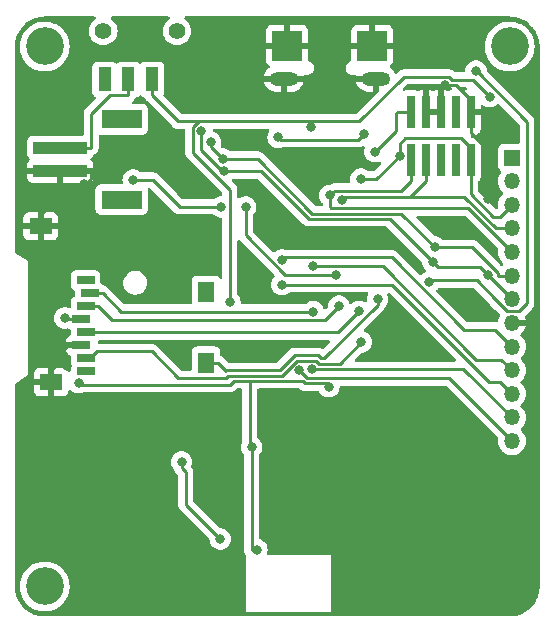
<source format=gbr>
G04 #@! TF.GenerationSoftware,KiCad,Pcbnew,7.0.5*
G04 #@! TF.CreationDate,2023-10-04T16:33:04-05:00*
G04 #@! TF.ProjectId,dropkick,64726f70-6b69-4636-9b2e-6b696361645f,rev?*
G04 #@! TF.SameCoordinates,Original*
G04 #@! TF.FileFunction,Copper,L2,Bot*
G04 #@! TF.FilePolarity,Positive*
%FSLAX46Y46*%
G04 Gerber Fmt 4.6, Leading zero omitted, Abs format (unit mm)*
G04 Created by KiCad (PCBNEW 7.0.5) date 2023-10-04 16:33:04*
%MOMM*%
%LPD*%
G01*
G04 APERTURE LIST*
G04 #@! TA.AperFunction,ComponentPad*
%ADD10C,3.200000*%
G04 #@! TD*
G04 #@! TA.AperFunction,ComponentPad*
%ADD11R,1.350000X1.350000*%
G04 #@! TD*
G04 #@! TA.AperFunction,ComponentPad*
%ADD12O,1.350000X1.350000*%
G04 #@! TD*
G04 #@! TA.AperFunction,ComponentPad*
%ADD13O,2.400000X1.200000*%
G04 #@! TD*
G04 #@! TA.AperFunction,ComponentPad*
%ADD14R,2.500000X2.500000*%
G04 #@! TD*
G04 #@! TA.AperFunction,SMDPad,CuDef*
%ADD15R,1.500000X0.700000*%
G04 #@! TD*
G04 #@! TA.AperFunction,SMDPad,CuDef*
%ADD16R,1.400000X1.800000*%
G04 #@! TD*
G04 #@! TA.AperFunction,SMDPad,CuDef*
%ADD17R,1.900000X1.400000*%
G04 #@! TD*
G04 #@! TA.AperFunction,SMDPad,CuDef*
%ADD18R,4.600000X1.000000*%
G04 #@! TD*
G04 #@! TA.AperFunction,SMDPad,CuDef*
%ADD19R,3.400000X1.600000*%
G04 #@! TD*
G04 #@! TA.AperFunction,SMDPad,CuDef*
%ADD20R,1.092200X2.006600*%
G04 #@! TD*
G04 #@! TA.AperFunction,ComponentPad*
%ADD21C,1.397000*%
G04 #@! TD*
G04 #@! TA.AperFunction,SMDPad,CuDef*
%ADD22R,0.650000X2.760000*%
G04 #@! TD*
G04 #@! TA.AperFunction,SMDPad,CuDef*
%ADD23R,0.650000X2.750000*%
G04 #@! TD*
G04 #@! TA.AperFunction,ViaPad*
%ADD24C,0.800000*%
G04 #@! TD*
G04 #@! TA.AperFunction,Conductor*
%ADD25C,0.250000*%
G04 #@! TD*
G04 APERTURE END LIST*
D10*
X105410000Y-46990000D03*
D11*
X105600000Y-56400000D03*
D12*
X105600000Y-58400000D03*
X105600000Y-60400000D03*
X105600000Y-62400000D03*
X105600000Y-64400000D03*
X105600000Y-66400000D03*
X105600000Y-68400000D03*
X105600000Y-70400000D03*
X105600000Y-72400000D03*
X105600000Y-74400000D03*
X105600000Y-76400000D03*
X105600000Y-78400000D03*
X105600000Y-80400000D03*
D10*
X66040000Y-46990000D03*
X66040000Y-92710000D03*
D13*
X94069600Y-49716600D03*
X86269600Y-49716600D03*
D14*
X93769600Y-46916600D03*
X86569600Y-46916600D03*
D15*
X69500000Y-66800000D03*
X69900000Y-67900000D03*
X69500000Y-69000000D03*
X69100000Y-70100000D03*
X69500000Y-71200000D03*
X69100000Y-72300000D03*
X69500000Y-73400000D03*
X69500000Y-74500000D03*
D16*
X79700000Y-73800000D03*
X79700000Y-67800000D03*
D17*
X66600000Y-75400000D03*
X65700000Y-62200000D03*
D18*
X67350000Y-57550000D03*
X67350000Y-55550000D03*
D19*
X72550000Y-59950000D03*
X72550000Y-53150000D03*
D20*
X71120000Y-49784000D03*
X73120001Y-49784000D03*
X75120002Y-49784000D03*
D21*
X70994999Y-45683932D03*
X77244999Y-45683932D03*
D22*
X97028000Y-52580000D03*
X97028000Y-56640000D03*
X98298000Y-52580000D03*
D23*
X98298000Y-56640000D03*
D22*
X99568000Y-52580000D03*
X99568000Y-56640000D03*
X100838000Y-52580000D03*
X100838000Y-56640000D03*
X102108000Y-52580000D03*
X102108000Y-56640000D03*
D24*
X77625500Y-82169000D03*
X80900000Y-88700000D03*
X83820000Y-50800000D03*
X80391000Y-65532000D03*
X99949000Y-50292000D03*
X80949200Y-49716600D03*
X69391000Y-58654300D03*
X103574613Y-59923902D03*
X67933900Y-74075900D03*
X77625500Y-61976000D03*
X86140900Y-65053700D03*
X83566000Y-80899000D03*
X94000000Y-55900000D03*
X68917100Y-75449502D03*
X90100000Y-75800000D03*
X67735500Y-69987500D03*
X84010500Y-89598500D03*
X93100000Y-54400000D03*
X85812299Y-54687701D03*
X88591700Y-53808100D03*
X103715200Y-51247000D03*
X81718400Y-68654000D03*
X102561100Y-49086000D03*
X98571600Y-66973700D03*
X99058600Y-63975000D03*
X80081500Y-55094200D03*
X81103700Y-56508200D03*
X79306100Y-54136700D03*
X98885950Y-65198050D03*
X81261100Y-57560800D03*
X103550000Y-66360000D03*
X87600000Y-74400000D03*
X88672900Y-74308900D03*
X92850000Y-72025900D03*
X90947600Y-68981200D03*
X92659800Y-69420100D03*
X86129300Y-67148000D03*
X88786600Y-65578700D03*
X92800000Y-58200000D03*
X96089500Y-56241800D03*
X91200000Y-59975500D03*
X90200000Y-59600000D03*
X88770600Y-69434700D03*
X94228900Y-68399200D03*
X90678000Y-66303200D03*
X80993900Y-60579000D03*
X73533000Y-58293000D03*
X83058000Y-60579000D03*
D25*
X77625500Y-82705500D02*
X77978000Y-83058000D01*
X77978000Y-85778000D02*
X77978000Y-83058000D01*
X80900000Y-88700000D02*
X77978000Y-85778000D01*
X77625500Y-82169000D02*
X77625500Y-82705500D01*
X67350000Y-57550000D02*
X69975300Y-57550000D01*
X99568000Y-52580000D02*
X99568000Y-50673000D01*
X69100000Y-72300000D02*
X68024700Y-72300000D01*
X86869600Y-49716600D02*
X80949200Y-49716600D01*
X103574613Y-59923902D02*
X103973100Y-59525415D01*
X67416400Y-73558400D02*
X67416400Y-72908300D01*
X67416300Y-73558400D02*
X66600000Y-74374700D01*
X100875000Y-50292000D02*
X102108000Y-51525000D01*
X69975300Y-58198000D02*
X69975300Y-57550000D01*
X67416400Y-73558400D02*
X67416300Y-73558400D01*
X103973100Y-56150400D02*
X102108000Y-54285300D01*
X66600000Y-75400000D02*
X66600000Y-74374700D01*
X67416400Y-72908300D02*
X68024700Y-72300000D01*
X68220400Y-58654300D02*
X69391000Y-58654300D01*
X99568000Y-50673000D02*
X99949000Y-50292000D01*
X67933900Y-74075900D02*
X67416400Y-73558400D01*
X102108000Y-54285300D02*
X102108000Y-52580000D01*
X69391000Y-58654300D02*
X69519000Y-58654300D01*
X102108000Y-51525000D02*
X102108000Y-52580000D01*
X65700000Y-62200000D02*
X65700000Y-61174700D01*
X103973100Y-59525415D02*
X103973100Y-56150400D01*
X98298000Y-52580000D02*
X99568000Y-52580000D01*
X65700000Y-61174700D02*
X68220400Y-58654300D01*
X69519000Y-58654300D02*
X69975300Y-58198000D01*
X93469600Y-49716600D02*
X86869600Y-49716600D01*
X99949000Y-50292000D02*
X100875000Y-50292000D01*
X86140900Y-65053700D02*
X86350000Y-64844600D01*
X95416800Y-64844600D02*
X101532200Y-70960000D01*
X86350000Y-64844600D02*
X95416800Y-64844600D01*
X104160000Y-70960000D02*
X105600000Y-72400000D01*
X101532200Y-70960000D02*
X104160000Y-70960000D01*
X87874604Y-75311000D02*
X88089103Y-75525499D01*
X69100000Y-70100000D02*
X68024700Y-70100000D01*
X67735500Y-69987500D02*
X67912200Y-69987500D01*
X95883000Y-52580000D02*
X97028000Y-52580000D01*
X84010500Y-89598500D02*
X83947000Y-89662000D01*
X83312000Y-75311000D02*
X87874604Y-75311000D01*
X83566000Y-89662000D02*
X83566000Y-80899000D01*
X95758000Y-54142000D02*
X95758000Y-52705000D01*
X83400000Y-75399000D02*
X83312000Y-75311000D01*
X83400000Y-80733000D02*
X83400000Y-75399000D01*
X95758000Y-52705000D02*
X95883000Y-52580000D01*
X83566000Y-80899000D02*
X83400000Y-80733000D01*
X68917100Y-75555100D02*
X68917100Y-75449502D01*
X69092599Y-75625001D02*
X81727999Y-75625001D01*
X89825499Y-75525499D02*
X90100000Y-75800000D01*
X88089103Y-75525499D02*
X89825499Y-75525499D01*
X68917100Y-75449502D02*
X69092599Y-75625001D01*
X81727999Y-75625001D02*
X82042000Y-75311000D01*
X67912200Y-69987500D02*
X68024700Y-70100000D01*
X82042000Y-75311000D02*
X83312000Y-75311000D01*
X83947000Y-89662000D02*
X83566000Y-89662000D01*
X94000000Y-55900000D02*
X95758000Y-54142000D01*
X92600000Y-54900000D02*
X86024598Y-54900000D01*
X93100000Y-54400000D02*
X92600000Y-54900000D01*
X86024598Y-54900000D02*
X85812299Y-54687701D01*
X81718400Y-59112400D02*
X81718400Y-68654000D01*
X96483000Y-49567000D02*
X100249305Y-49567000D01*
X88591700Y-53343600D02*
X81657400Y-53343600D01*
X88591700Y-53808100D02*
X88591700Y-53343600D01*
X96362300Y-49657000D02*
X96393000Y-49657000D01*
X75120000Y-49784000D02*
X75120000Y-51112600D01*
X100493305Y-49811000D02*
X102279200Y-49811000D01*
X81657400Y-53343600D02*
X78580800Y-53343600D01*
X92675700Y-53343600D02*
X96362300Y-49657000D01*
X79073895Y-53343600D02*
X78581100Y-53836395D01*
X88591700Y-53343600D02*
X92675700Y-53343600D01*
X102279200Y-49811000D02*
X103715200Y-51247000D01*
X77351000Y-53343600D02*
X75120000Y-51112600D01*
X96393000Y-49657000D02*
X96483000Y-49567000D01*
X78580800Y-53343600D02*
X77351000Y-53343600D01*
X78581100Y-55975100D02*
X81718400Y-59112400D01*
X100249305Y-49567000D02*
X100493305Y-49811000D01*
X78581100Y-53836395D02*
X78581100Y-55975100D01*
X81657400Y-53343600D02*
X79073895Y-53343600D01*
X106875400Y-53347700D02*
X106875400Y-68735610D01*
X104200000Y-68414214D02*
X104200000Y-68363604D01*
X98771500Y-66773800D02*
X98571600Y-66973700D01*
X102561100Y-49086000D02*
X102613700Y-49086000D01*
X106875400Y-68735610D02*
X106211010Y-69400000D01*
X105185786Y-69400000D02*
X104200000Y-68414214D01*
X102610196Y-66773800D02*
X98771500Y-66773800D01*
X104200000Y-68363604D02*
X102610196Y-66773800D01*
X102613700Y-49086000D02*
X106875400Y-53347700D01*
X106211010Y-69400000D02*
X105185786Y-69400000D01*
X88709000Y-61150000D02*
X84067200Y-56508200D01*
X96233600Y-61150000D02*
X88709000Y-61150000D01*
X104400000Y-66184695D02*
X104400000Y-66400000D01*
X102190305Y-63975000D02*
X104400000Y-66184695D01*
X104400000Y-66400000D02*
X105600000Y-66400000D01*
X80081500Y-55486000D02*
X81103700Y-56508200D01*
X84067200Y-56508200D02*
X81103700Y-56508200D01*
X99058600Y-63975000D02*
X96233600Y-61150000D01*
X80081500Y-55094200D02*
X80081500Y-55486000D01*
X99058600Y-63975000D02*
X102190305Y-63975000D01*
X81075100Y-57560800D02*
X81261100Y-57560800D01*
X103560000Y-66360000D02*
X105600000Y-68400000D01*
X98885950Y-65198050D02*
X95287900Y-61600000D01*
X103550000Y-66340000D02*
X103550000Y-66360000D01*
X98885950Y-65198050D02*
X99326000Y-65638100D01*
X102868100Y-65678100D02*
X103550000Y-66360000D01*
X103550000Y-66360000D02*
X103560000Y-66360000D01*
X79306100Y-55791800D02*
X81075100Y-57560800D01*
X84357800Y-57560800D02*
X81261100Y-57560800D01*
X88397000Y-61600000D02*
X84357800Y-57560800D01*
X102868100Y-65638100D02*
X102868100Y-65678100D01*
X79306100Y-54136700D02*
X79306100Y-55791800D01*
X99326000Y-65638100D02*
X102868100Y-65638100D01*
X95287900Y-61600000D02*
X88397000Y-61600000D01*
X88275499Y-75075499D02*
X100275499Y-75075499D01*
X87600000Y-74400000D02*
X88275499Y-75075499D01*
X100275499Y-75075499D02*
X105600000Y-80400000D01*
X88672900Y-74308900D02*
X98408900Y-74308900D01*
X98417800Y-74300000D02*
X101500000Y-74300000D01*
X101500000Y-74300000D02*
X105600000Y-78400000D01*
X98408900Y-74308900D02*
X98417800Y-74300000D01*
X81402496Y-75061800D02*
X77361800Y-75061800D01*
X77361800Y-75061800D02*
X75100000Y-72800000D01*
X75100000Y-72800000D02*
X70500000Y-72800000D01*
X70500000Y-72800000D02*
X69900000Y-73400000D01*
X81603296Y-74861000D02*
X81402496Y-75061800D01*
X87390795Y-73583900D02*
X86113695Y-74861000D01*
X92850000Y-72025900D02*
X91017000Y-73858900D01*
X88973205Y-73583900D02*
X87390795Y-73583900D01*
X91017000Y-73858900D02*
X89248205Y-73858900D01*
X89248205Y-73858900D02*
X88973205Y-73583900D01*
X86113695Y-74861000D02*
X81603296Y-74861000D01*
X70575300Y-69000000D02*
X71748600Y-70173300D01*
X69500000Y-69000000D02*
X70575300Y-69000000D01*
X89755500Y-70173300D02*
X90947600Y-68981200D01*
X71748600Y-70173300D02*
X89755500Y-70173300D01*
X92659800Y-69420100D02*
X90879900Y-71200000D01*
X90879900Y-71200000D02*
X69500000Y-71200000D01*
X95428000Y-67148000D02*
X103680000Y-75400000D01*
X104600000Y-75400000D02*
X105600000Y-76400000D01*
X103680000Y-75400000D02*
X104600000Y-75400000D01*
X86129300Y-67148000D02*
X95428000Y-67148000D01*
X94656700Y-65578700D02*
X102578000Y-73500000D01*
X88786600Y-65578700D02*
X94656700Y-65578700D01*
X102578000Y-73500000D02*
X104700000Y-73500000D01*
X104700000Y-73500000D02*
X105600000Y-74400000D01*
X96577700Y-54735300D02*
X101288300Y-54735300D01*
X102108000Y-59508000D02*
X102108000Y-56640000D01*
X94131300Y-58200000D02*
X96089500Y-56241800D01*
X101288300Y-54735300D02*
X102108000Y-55555000D01*
X96089500Y-56241800D02*
X96089500Y-55223500D01*
X92800000Y-58200000D02*
X94131300Y-58200000D01*
X104600000Y-61400000D02*
X104000000Y-61400000D01*
X102108000Y-55555000D02*
X102108000Y-56640000D01*
X96089500Y-55223500D02*
X96577700Y-54735300D01*
X105600000Y-60400000D02*
X104600000Y-61400000D01*
X104000000Y-61400000D02*
X102108000Y-59508000D01*
X96930400Y-59707900D02*
X97619150Y-59019150D01*
X97638300Y-59000000D02*
X97619150Y-59019150D01*
X97619150Y-59019150D02*
X98298000Y-58340300D01*
X101544296Y-59707900D02*
X96930400Y-59707900D01*
X98298000Y-56640000D02*
X98298000Y-57690000D01*
X98298000Y-58340300D02*
X98298000Y-56640000D01*
X91200000Y-59975500D02*
X91467600Y-59707900D01*
X91467600Y-59707900D02*
X96930400Y-59707900D01*
X105600000Y-62400000D02*
X104236396Y-62400000D01*
X104236396Y-62400000D02*
X101544296Y-59707900D01*
X90317795Y-60700000D02*
X101900000Y-60700000D01*
X90200000Y-60582205D02*
X90317795Y-60700000D01*
X90200000Y-59600000D02*
X90600000Y-59200000D01*
X90600000Y-59200000D02*
X96173300Y-59200000D01*
X90200000Y-59600000D02*
X90200000Y-60582205D01*
X101900000Y-60700000D02*
X105600000Y-64400000D01*
X97028000Y-58345300D02*
X97028000Y-56640000D01*
X96173300Y-59200000D02*
X97028000Y-58345300D01*
X70975300Y-67900000D02*
X72510000Y-69434700D01*
X69900000Y-67900000D02*
X70975300Y-67900000D01*
X72510000Y-69434700D02*
X88770600Y-69434700D01*
X87204399Y-73133900D02*
X85927299Y-74411000D01*
X80725300Y-73800000D02*
X79700000Y-73800000D01*
X81416900Y-74411000D02*
X81376600Y-74451300D01*
X85927299Y-74411000D02*
X81416900Y-74411000D01*
X89707000Y-73408900D02*
X89434601Y-73408900D01*
X89434601Y-73408900D02*
X89159601Y-73133900D01*
X89159601Y-73133900D02*
X87204399Y-73133900D01*
X81376600Y-74451300D02*
X80725300Y-73800000D01*
X94228900Y-68399200D02*
X94228900Y-68887000D01*
X94228900Y-68887000D02*
X89707000Y-73408900D01*
X73120000Y-51112600D02*
X71550600Y-51112600D01*
X69975300Y-52687900D02*
X69975300Y-55550000D01*
X71550600Y-51112600D02*
X69975300Y-52687900D01*
X67350000Y-55550000D02*
X69975300Y-55550000D01*
X73120000Y-49784000D02*
X73120000Y-51112600D01*
X76835000Y-59944000D02*
X77470000Y-60579000D01*
X75184000Y-58293000D02*
X76835000Y-59944000D01*
X77470000Y-60579000D02*
X80899000Y-60579000D01*
X86365095Y-66303200D02*
X83058000Y-62996105D01*
X83058000Y-62996105D02*
X83058000Y-60706000D01*
X90678000Y-66303200D02*
X86365095Y-66303200D01*
X73533000Y-58293000D02*
X75184000Y-58293000D01*
X83058000Y-60706000D02*
X83058000Y-60579000D01*
G04 #@! TA.AperFunction,Conductor*
G36*
X90150425Y-71853502D02*
G01*
X90196918Y-71907158D01*
X90207022Y-71977432D01*
X90177528Y-72042012D01*
X90171399Y-72048596D01*
X89648264Y-72571729D01*
X89585952Y-72605754D01*
X89515136Y-72600689D01*
X89491829Y-72587702D01*
X89491464Y-72588321D01*
X89484643Y-72584287D01*
X89484642Y-72584286D01*
X89455624Y-72571729D01*
X89441341Y-72565548D01*
X89436009Y-72562936D01*
X89394662Y-72540205D01*
X89375037Y-72535166D01*
X89356337Y-72528764D01*
X89337746Y-72520719D01*
X89337744Y-72520718D01*
X89337743Y-72520718D01*
X89291143Y-72513337D01*
X89285330Y-72512133D01*
X89239631Y-72500400D01*
X89219377Y-72500400D01*
X89199667Y-72498849D01*
X89179658Y-72495680D01*
X89179657Y-72495680D01*
X89132684Y-72500120D01*
X89126751Y-72500400D01*
X87288252Y-72500400D01*
X87272410Y-72498650D01*
X87272383Y-72498944D01*
X87264490Y-72498198D01*
X87195423Y-72500369D01*
X87193444Y-72500400D01*
X87164543Y-72500400D01*
X87164539Y-72500400D01*
X87164529Y-72500401D01*
X87157578Y-72501279D01*
X87151666Y-72501744D01*
X87104511Y-72503226D01*
X87104509Y-72503227D01*
X87085054Y-72508878D01*
X87065701Y-72512886D01*
X87045609Y-72515424D01*
X87045601Y-72515426D01*
X87001735Y-72532793D01*
X86996120Y-72534716D01*
X86950806Y-72547882D01*
X86933363Y-72558197D01*
X86915617Y-72566890D01*
X86896781Y-72574348D01*
X86858608Y-72602081D01*
X86853647Y-72605340D01*
X86813037Y-72629358D01*
X86798710Y-72643684D01*
X86783684Y-72656517D01*
X86767294Y-72668425D01*
X86767292Y-72668427D01*
X86737207Y-72704792D01*
X86733211Y-72709183D01*
X85701799Y-73740595D01*
X85639487Y-73774620D01*
X85612704Y-73777500D01*
X81650895Y-73777500D01*
X81582774Y-73757498D01*
X81561800Y-73740595D01*
X81232544Y-73411339D01*
X81222579Y-73398901D01*
X81222352Y-73399090D01*
X81217301Y-73392984D01*
X81217300Y-73392982D01*
X81166926Y-73345678D01*
X81165537Y-73344332D01*
X81155290Y-73334085D01*
X81145076Y-73323870D01*
X81145072Y-73323866D01*
X81139525Y-73319563D01*
X81135017Y-73315712D01*
X81100625Y-73283417D01*
X81100619Y-73283413D01*
X81082863Y-73273651D01*
X81066347Y-73262802D01*
X81050341Y-73250386D01*
X81019589Y-73237078D01*
X81007040Y-73231648D01*
X81001707Y-73229035D01*
X80973799Y-73213693D01*
X80923741Y-73163348D01*
X80908500Y-73103278D01*
X80908500Y-72851367D01*
X80908499Y-72851350D01*
X80901990Y-72790803D01*
X80901988Y-72790795D01*
X80863176Y-72686739D01*
X80850889Y-72653796D01*
X80850888Y-72653794D01*
X80850887Y-72653792D01*
X80763261Y-72536738D01*
X80646207Y-72449112D01*
X80646202Y-72449110D01*
X80509204Y-72398011D01*
X80509196Y-72398009D01*
X80448649Y-72391500D01*
X80448638Y-72391500D01*
X78951362Y-72391500D01*
X78951350Y-72391500D01*
X78890803Y-72398009D01*
X78890795Y-72398011D01*
X78753797Y-72449110D01*
X78753792Y-72449112D01*
X78636738Y-72536738D01*
X78549112Y-72653792D01*
X78549110Y-72653797D01*
X78498011Y-72790795D01*
X78498009Y-72790803D01*
X78491500Y-72851350D01*
X78491500Y-74302300D01*
X78471498Y-74370421D01*
X78417842Y-74416914D01*
X78365500Y-74428300D01*
X77676395Y-74428300D01*
X77608274Y-74408298D01*
X77587300Y-74391395D01*
X75607244Y-72411339D01*
X75597279Y-72398901D01*
X75597052Y-72399090D01*
X75592001Y-72392984D01*
X75592000Y-72392982D01*
X75541626Y-72345678D01*
X75540237Y-72344332D01*
X75529990Y-72334085D01*
X75519776Y-72323870D01*
X75519772Y-72323866D01*
X75514225Y-72319563D01*
X75509717Y-72315712D01*
X75475325Y-72283417D01*
X75475319Y-72283413D01*
X75457563Y-72273651D01*
X75441047Y-72262802D01*
X75425041Y-72250386D01*
X75394289Y-72237078D01*
X75381740Y-72231648D01*
X75376408Y-72229036D01*
X75335061Y-72206305D01*
X75315436Y-72201266D01*
X75296736Y-72194864D01*
X75278145Y-72186819D01*
X75278143Y-72186818D01*
X75278142Y-72186818D01*
X75231542Y-72179437D01*
X75225729Y-72178233D01*
X75180030Y-72166500D01*
X75159776Y-72166500D01*
X75140066Y-72164949D01*
X75120057Y-72161780D01*
X75120056Y-72161780D01*
X75073083Y-72166220D01*
X75067150Y-72166500D01*
X70653543Y-72166500D01*
X70585422Y-72146498D01*
X70538929Y-72092842D01*
X70528825Y-72022568D01*
X70558319Y-71957988D01*
X70578034Y-71939632D01*
X70588804Y-71931569D01*
X70613261Y-71913261D01*
X70635171Y-71883991D01*
X70692006Y-71841445D01*
X70736040Y-71833500D01*
X90082304Y-71833500D01*
X90150425Y-71853502D01*
G37*
G04 #@! TD.AperFunction*
G04 #@! TA.AperFunction,Conductor*
G36*
X95262196Y-67878151D02*
G01*
X95264367Y-67880271D01*
X100835501Y-73451405D01*
X100869527Y-73513717D01*
X100864462Y-73584532D01*
X100821915Y-73641368D01*
X100755395Y-73666179D01*
X100746406Y-73666500D01*
X98501654Y-73666500D01*
X98485812Y-73664750D01*
X98485785Y-73665044D01*
X98477892Y-73664297D01*
X98408813Y-73666469D01*
X98406834Y-73666500D01*
X98377944Y-73666500D01*
X98377940Y-73666500D01*
X98377929Y-73666501D01*
X98370990Y-73667377D01*
X98365077Y-73667843D01*
X98317911Y-73669325D01*
X98317909Y-73669326D01*
X98314224Y-73670397D01*
X98279071Y-73675400D01*
X92400594Y-73675400D01*
X92332473Y-73655398D01*
X92285980Y-73601742D01*
X92275876Y-73531468D01*
X92305370Y-73466888D01*
X92311499Y-73460305D01*
X92800499Y-72971305D01*
X92862811Y-72937279D01*
X92889594Y-72934400D01*
X92945487Y-72934400D01*
X93132288Y-72894694D01*
X93306752Y-72817018D01*
X93461253Y-72704766D01*
X93507150Y-72653792D01*
X93589034Y-72562851D01*
X93589035Y-72562849D01*
X93589040Y-72562844D01*
X93684527Y-72397456D01*
X93743542Y-72215828D01*
X93763504Y-72025900D01*
X93743542Y-71835972D01*
X93684527Y-71654344D01*
X93589040Y-71488956D01*
X93589038Y-71488954D01*
X93589034Y-71488948D01*
X93461255Y-71347035D01*
X93306752Y-71234782D01*
X93132287Y-71157105D01*
X93130350Y-71156694D01*
X93129334Y-71156145D01*
X93126008Y-71155065D01*
X93126205Y-71154456D01*
X93067876Y-71122966D01*
X93033555Y-71060817D01*
X93038282Y-70989978D01*
X93067449Y-70944354D01*
X94617557Y-69394245D01*
X94629992Y-69384284D01*
X94629805Y-69384057D01*
X94635916Y-69379001D01*
X94635915Y-69379001D01*
X94635918Y-69379000D01*
X94683252Y-69328592D01*
X94684567Y-69327235D01*
X94705034Y-69306770D01*
X94709329Y-69301232D01*
X94713171Y-69296731D01*
X94745486Y-69262321D01*
X94755245Y-69244567D01*
X94766097Y-69228046D01*
X94778513Y-69212041D01*
X94797247Y-69168748D01*
X94799861Y-69163412D01*
X94808611Y-69147496D01*
X94822595Y-69122060D01*
X94823695Y-69117774D01*
X94852101Y-69064797D01*
X94967934Y-68936151D01*
X94967935Y-68936149D01*
X94967940Y-68936144D01*
X95063427Y-68770756D01*
X95122442Y-68589128D01*
X95142404Y-68399200D01*
X95122442Y-68209272D01*
X95063427Y-68027644D01*
X95063420Y-68027633D01*
X95060740Y-68021610D01*
X95063276Y-68020480D01*
X95049413Y-67963407D01*
X95072614Y-67896308D01*
X95128409Y-67852405D01*
X95199082Y-67845636D01*
X95262196Y-67878151D01*
G37*
G04 #@! TD.AperFunction*
G04 #@! TA.AperFunction,Conductor*
G36*
X102363723Y-67427302D02*
G01*
X102384697Y-67444205D01*
X103607657Y-68667165D01*
X103635712Y-68709872D01*
X103640445Y-68721825D01*
X103640450Y-68721834D01*
X103668177Y-68759997D01*
X103671437Y-68764960D01*
X103695460Y-68805579D01*
X103709779Y-68819898D01*
X103722617Y-68834928D01*
X103732156Y-68848057D01*
X103734528Y-68851321D01*
X103746644Y-68861344D01*
X103770886Y-68881399D01*
X103775267Y-68885385D01*
X104186602Y-69296720D01*
X104550564Y-69660682D01*
X104584590Y-69722994D01*
X104579525Y-69793809D01*
X104574260Y-69805939D01*
X104492159Y-69970821D01*
X104492159Y-69970822D01*
X104432160Y-70181695D01*
X104428226Y-70224148D01*
X104402023Y-70290132D01*
X104344306Y-70331475D01*
X104273400Y-70335051D01*
X104271431Y-70334562D01*
X104240030Y-70326500D01*
X104219776Y-70326500D01*
X104200066Y-70324949D01*
X104180057Y-70321780D01*
X104180056Y-70321780D01*
X104133083Y-70326220D01*
X104127150Y-70326500D01*
X101846794Y-70326500D01*
X101778673Y-70306498D01*
X101757699Y-70289595D01*
X99237939Y-67769834D01*
X99203913Y-67707522D01*
X99208978Y-67636706D01*
X99233397Y-67596430D01*
X99302616Y-67519556D01*
X99310634Y-67510651D01*
X99310634Y-67510650D01*
X99310640Y-67510644D01*
X99333933Y-67470298D01*
X99385316Y-67421306D01*
X99443052Y-67407300D01*
X102295602Y-67407300D01*
X102363723Y-67427302D01*
G37*
G04 #@! TD.AperFunction*
G04 #@! TA.AperFunction,Conductor*
G36*
X101653527Y-61353502D02*
G01*
X101674501Y-61370405D01*
X104394424Y-64090328D01*
X104428450Y-64152640D01*
X104430792Y-64191048D01*
X104421161Y-64294986D01*
X104412393Y-64389616D01*
X104411430Y-64400004D01*
X104431667Y-64618393D01*
X104431667Y-64618397D01*
X104491688Y-64829353D01*
X104491690Y-64829358D01*
X104491691Y-64829361D01*
X104589457Y-65025701D01*
X104589458Y-65025702D01*
X104721637Y-65200736D01*
X104838077Y-65306885D01*
X104874944Y-65367559D01*
X104873155Y-65438533D01*
X104838078Y-65493115D01*
X104804707Y-65523537D01*
X104740890Y-65554648D01*
X104670384Y-65546318D01*
X104630726Y-65519517D01*
X102697550Y-63586340D01*
X102687588Y-63573904D01*
X102687361Y-63574093D01*
X102682307Y-63567984D01*
X102631947Y-63520694D01*
X102630524Y-63519315D01*
X102610085Y-63498875D01*
X102610084Y-63498874D01*
X102610075Y-63498865D01*
X102604530Y-63494563D01*
X102600021Y-63490711D01*
X102565630Y-63458417D01*
X102565624Y-63458413D01*
X102547868Y-63448651D01*
X102531352Y-63437802D01*
X102515346Y-63425386D01*
X102475169Y-63408000D01*
X102472045Y-63406648D01*
X102466713Y-63404036D01*
X102425366Y-63381305D01*
X102405741Y-63376266D01*
X102387041Y-63369864D01*
X102376681Y-63365381D01*
X102368450Y-63361819D01*
X102368448Y-63361818D01*
X102368447Y-63361818D01*
X102321847Y-63354437D01*
X102316034Y-63353233D01*
X102270335Y-63341500D01*
X102250081Y-63341500D01*
X102230371Y-63339949D01*
X102210362Y-63336780D01*
X102210361Y-63336780D01*
X102163388Y-63341220D01*
X102157455Y-63341500D01*
X99766800Y-63341500D01*
X99698679Y-63321498D01*
X99673163Y-63299810D01*
X99669852Y-63296133D01*
X99515352Y-63183882D01*
X99340888Y-63106206D01*
X99154087Y-63066500D01*
X99098195Y-63066500D01*
X99030074Y-63046498D01*
X99009100Y-63029595D01*
X97528100Y-61548595D01*
X97494074Y-61486283D01*
X97499139Y-61415468D01*
X97541686Y-61358632D01*
X97608206Y-61333821D01*
X97617195Y-61333500D01*
X101585406Y-61333500D01*
X101653527Y-61353502D01*
G37*
G04 #@! TD.AperFunction*
G04 #@! TA.AperFunction,Conductor*
G36*
X104478582Y-51866986D02*
G01*
X104529885Y-51898090D01*
X106204995Y-53573199D01*
X106239020Y-53635511D01*
X106241900Y-53662294D01*
X106241900Y-55090500D01*
X106221898Y-55158621D01*
X106168242Y-55205114D01*
X106115900Y-55216500D01*
X104876350Y-55216500D01*
X104815803Y-55223009D01*
X104815795Y-55223011D01*
X104678797Y-55274110D01*
X104678792Y-55274112D01*
X104561738Y-55361738D01*
X104474112Y-55478792D01*
X104474110Y-55478797D01*
X104423011Y-55615795D01*
X104423009Y-55615803D01*
X104416500Y-55676350D01*
X104416500Y-57123649D01*
X104423009Y-57184196D01*
X104423011Y-57184204D01*
X104474110Y-57321202D01*
X104474112Y-57321207D01*
X104561738Y-57438261D01*
X104640271Y-57497050D01*
X104682818Y-57553886D01*
X104687882Y-57624702D01*
X104665312Y-57673850D01*
X104589458Y-57774297D01*
X104491691Y-57970639D01*
X104491688Y-57970646D01*
X104431667Y-58181602D01*
X104431667Y-58181606D01*
X104411430Y-58399995D01*
X104411430Y-58400004D01*
X104431667Y-58618393D01*
X104431667Y-58618397D01*
X104491688Y-58829353D01*
X104491690Y-58829358D01*
X104491691Y-58829361D01*
X104589457Y-59025701D01*
X104600862Y-59040803D01*
X104721634Y-59200733D01*
X104838077Y-59306885D01*
X104874943Y-59367559D01*
X104873154Y-59438534D01*
X104838077Y-59493115D01*
X104721634Y-59599266D01*
X104589458Y-59774297D01*
X104491691Y-59970639D01*
X104491688Y-59970646D01*
X104431667Y-60181602D01*
X104431667Y-60181606D01*
X104411430Y-60399994D01*
X104411430Y-60399997D01*
X104411430Y-60400000D01*
X104421833Y-60512263D01*
X104430792Y-60608949D01*
X104417160Y-60678625D01*
X104394424Y-60709670D01*
X104389094Y-60715000D01*
X104326782Y-60749026D01*
X104255967Y-60743961D01*
X104210904Y-60715000D01*
X103501376Y-60005472D01*
X102778405Y-59282500D01*
X102744379Y-59220188D01*
X102741500Y-59193405D01*
X102741500Y-58487325D01*
X102761502Y-58419204D01*
X102791993Y-58386455D01*
X102796261Y-58383261D01*
X102883889Y-58266204D01*
X102934989Y-58129201D01*
X102938281Y-58098585D01*
X102941499Y-58068649D01*
X102941500Y-58068632D01*
X102941500Y-55211367D01*
X102941499Y-55211350D01*
X102934990Y-55150803D01*
X102934988Y-55150795D01*
X102900845Y-55059257D01*
X102883889Y-55013796D01*
X102883888Y-55013794D01*
X102883887Y-55013792D01*
X102796261Y-54896738D01*
X102679207Y-54809112D01*
X102679202Y-54809110D01*
X102542204Y-54758011D01*
X102542196Y-54758009D01*
X102481649Y-54751500D01*
X102481638Y-54751500D01*
X102252594Y-54751500D01*
X102184473Y-54731498D01*
X102163499Y-54714595D01*
X102131999Y-54683095D01*
X102097973Y-54620783D01*
X102103038Y-54549968D01*
X102145585Y-54493132D01*
X102212105Y-54468321D01*
X102221094Y-54468000D01*
X102481585Y-54468000D01*
X102481597Y-54467999D01*
X102542093Y-54461494D01*
X102678964Y-54410444D01*
X102678965Y-54410444D01*
X102795904Y-54322904D01*
X102883444Y-54205965D01*
X102883444Y-54205964D01*
X102934494Y-54069093D01*
X102940999Y-54008597D01*
X102941000Y-54008585D01*
X102941000Y-52834000D01*
X101980000Y-52834000D01*
X101911879Y-52813998D01*
X101865386Y-52760342D01*
X101854000Y-52708000D01*
X101854000Y-52452000D01*
X101874002Y-52383879D01*
X101927658Y-52337386D01*
X101980000Y-52326000D01*
X102941000Y-52326000D01*
X102941000Y-52054767D01*
X102961002Y-51986646D01*
X103014658Y-51940153D01*
X103084932Y-51930049D01*
X103141060Y-51952830D01*
X103258448Y-52038118D01*
X103432912Y-52115794D01*
X103619713Y-52155500D01*
X103810687Y-52155500D01*
X103997488Y-52115794D01*
X104171952Y-52038118D01*
X104326453Y-51925866D01*
X104347155Y-51902873D01*
X104407599Y-51865635D01*
X104478582Y-51866986D01*
G37*
G04 #@! TD.AperFunction*
G04 #@! TA.AperFunction,Conductor*
G36*
X85023403Y-53997102D02*
G01*
X85069896Y-54050758D01*
X85080000Y-54121032D01*
X85064401Y-54166098D01*
X85042808Y-54203500D01*
X84998459Y-54280315D01*
X84977772Y-54316145D01*
X84971060Y-54336802D01*
X84918756Y-54497773D01*
X84898795Y-54687700D01*
X84918756Y-54877628D01*
X84948825Y-54970171D01*
X84977772Y-55059257D01*
X84977775Y-55059262D01*
X85073257Y-55224642D01*
X85073264Y-55224652D01*
X85201043Y-55366565D01*
X85246908Y-55399888D01*
X85355547Y-55478819D01*
X85530011Y-55556495D01*
X85716812Y-55596201D01*
X85907786Y-55596201D01*
X86094587Y-55556495D01*
X86121769Y-55544392D01*
X86173017Y-55533500D01*
X92516147Y-55533500D01*
X92531988Y-55535249D01*
X92532016Y-55534956D01*
X92539901Y-55535700D01*
X92539909Y-55535702D01*
X92601208Y-55533775D01*
X92608976Y-55533531D01*
X92610955Y-55533500D01*
X92639851Y-55533500D01*
X92639856Y-55533500D01*
X92646818Y-55532619D01*
X92652719Y-55532154D01*
X92699889Y-55530673D01*
X92719347Y-55525019D01*
X92738694Y-55521013D01*
X92758797Y-55518474D01*
X92802679Y-55501099D01*
X92808274Y-55499183D01*
X92842272Y-55489307D01*
X92853591Y-55486019D01*
X92853595Y-55486017D01*
X92871026Y-55475708D01*
X92888780Y-55467009D01*
X92907617Y-55459552D01*
X92945801Y-55431808D01*
X92950739Y-55428565D01*
X92969714Y-55417343D01*
X93038530Y-55399888D01*
X93105861Y-55422408D01*
X93150327Y-55477755D01*
X93157812Y-55548356D01*
X93153680Y-55564737D01*
X93106457Y-55710071D01*
X93086496Y-55900000D01*
X93106457Y-56089927D01*
X93128965Y-56159196D01*
X93165473Y-56271556D01*
X93165476Y-56271561D01*
X93260958Y-56436941D01*
X93260965Y-56436951D01*
X93388744Y-56578864D01*
X93388747Y-56578866D01*
X93543248Y-56691118D01*
X93717712Y-56768794D01*
X93904513Y-56808500D01*
X94095487Y-56808500D01*
X94282288Y-56768794D01*
X94353968Y-56736879D01*
X94424334Y-56727445D01*
X94488631Y-56757551D01*
X94526445Y-56817639D01*
X94525770Y-56888632D01*
X94494313Y-56941081D01*
X94311757Y-57123638D01*
X93905798Y-57529596D01*
X93843488Y-57563620D01*
X93816705Y-57566500D01*
X93508200Y-57566500D01*
X93440079Y-57546498D01*
X93414563Y-57524810D01*
X93411252Y-57521133D01*
X93256752Y-57408882D01*
X93082288Y-57331206D01*
X92895487Y-57291500D01*
X92704513Y-57291500D01*
X92517711Y-57331206D01*
X92343247Y-57408882D01*
X92188744Y-57521135D01*
X92060965Y-57663048D01*
X92060958Y-57663058D01*
X91972155Y-57816870D01*
X91965473Y-57828444D01*
X91962363Y-57838015D01*
X91906457Y-58010072D01*
X91886496Y-58200000D01*
X91906457Y-58389926D01*
X91910239Y-58401565D01*
X91912265Y-58472533D01*
X91875602Y-58533331D01*
X91811889Y-58564655D01*
X91790405Y-58566500D01*
X90683849Y-58566500D01*
X90668010Y-58564751D01*
X90667983Y-58565045D01*
X90660091Y-58564299D01*
X90591044Y-58566469D01*
X90589065Y-58566500D01*
X90560144Y-58566500D01*
X90553172Y-58567379D01*
X90547265Y-58567844D01*
X90500110Y-58569326D01*
X90500105Y-58569327D01*
X90480660Y-58574977D01*
X90461302Y-58578986D01*
X90441207Y-58581524D01*
X90441205Y-58581525D01*
X90397324Y-58598897D01*
X90391709Y-58600819D01*
X90346410Y-58613980D01*
X90346404Y-58613982D01*
X90328966Y-58624295D01*
X90311220Y-58632989D01*
X90292381Y-58640448D01*
X90292380Y-58640449D01*
X90254223Y-58668172D01*
X90249271Y-58671426D01*
X90245019Y-58673941D01*
X90180859Y-58691500D01*
X90104513Y-58691500D01*
X89917711Y-58731206D01*
X89743247Y-58808882D01*
X89588744Y-58921135D01*
X89460965Y-59063048D01*
X89460958Y-59063058D01*
X89365476Y-59228438D01*
X89365473Y-59228445D01*
X89306457Y-59410072D01*
X89286496Y-59600000D01*
X89306457Y-59789927D01*
X89336526Y-59882470D01*
X89365473Y-59971556D01*
X89460960Y-60136944D01*
X89534137Y-60218215D01*
X89564853Y-60282220D01*
X89566500Y-60302524D01*
X89566500Y-60390500D01*
X89546498Y-60458621D01*
X89492842Y-60505114D01*
X89440500Y-60516500D01*
X89023594Y-60516500D01*
X88955473Y-60496498D01*
X88934499Y-60479595D01*
X84574444Y-56119539D01*
X84564479Y-56107101D01*
X84564252Y-56107290D01*
X84559201Y-56101184D01*
X84559200Y-56101182D01*
X84552019Y-56094439D01*
X84508827Y-56053879D01*
X84507437Y-56052532D01*
X84496905Y-56042000D01*
X84486976Y-56032070D01*
X84486972Y-56032066D01*
X84481425Y-56027763D01*
X84476917Y-56023912D01*
X84442525Y-55991617D01*
X84442519Y-55991613D01*
X84424763Y-55981851D01*
X84408247Y-55971002D01*
X84392241Y-55958586D01*
X84361489Y-55945278D01*
X84348940Y-55939848D01*
X84343608Y-55937236D01*
X84302261Y-55914505D01*
X84282636Y-55909466D01*
X84263936Y-55903064D01*
X84245345Y-55895019D01*
X84245343Y-55895018D01*
X84245342Y-55895018D01*
X84198742Y-55887637D01*
X84192929Y-55886433D01*
X84147230Y-55874700D01*
X84126976Y-55874700D01*
X84107266Y-55873149D01*
X84087257Y-55869980D01*
X84087256Y-55869980D01*
X84040283Y-55874420D01*
X84034350Y-55874700D01*
X81811900Y-55874700D01*
X81743779Y-55854698D01*
X81718263Y-55833010D01*
X81714952Y-55829333D01*
X81560452Y-55717082D01*
X81385988Y-55639406D01*
X81199187Y-55599700D01*
X81143295Y-55599700D01*
X81075174Y-55579698D01*
X81054200Y-55562795D01*
X80980712Y-55489307D01*
X80946686Y-55426995D01*
X80949975Y-55361273D01*
X80956919Y-55339904D01*
X80975042Y-55284128D01*
X80995004Y-55094200D01*
X80975042Y-54904272D01*
X80916027Y-54722644D01*
X80820540Y-54557256D01*
X80820538Y-54557254D01*
X80820534Y-54557248D01*
X80692755Y-54415335D01*
X80538252Y-54303082D01*
X80363783Y-54225403D01*
X80357508Y-54223365D01*
X80358281Y-54220985D01*
X80305738Y-54192615D01*
X80271419Y-54130464D01*
X80276150Y-54059625D01*
X80318428Y-54002589D01*
X80384830Y-53977465D01*
X80394412Y-53977100D01*
X81577370Y-53977100D01*
X84955282Y-53977100D01*
X85023403Y-53997102D01*
G37*
G04 #@! TD.AperFunction*
G04 #@! TA.AperFunction,Conductor*
G36*
X70320681Y-44470502D02*
G01*
X70367174Y-44524158D01*
X70377278Y-44594432D01*
X70347784Y-44659012D01*
X70324830Y-44679713D01*
X70216194Y-44755779D01*
X70216184Y-44755788D01*
X70066855Y-44905117D01*
X70066846Y-44905127D01*
X69945714Y-45078123D01*
X69856458Y-45269533D01*
X69856456Y-45269538D01*
X69801795Y-45473539D01*
X69785811Y-45656242D01*
X69783388Y-45683932D01*
X69801795Y-45894326D01*
X69826814Y-45987698D01*
X69856456Y-46098325D01*
X69856458Y-46098330D01*
X69945713Y-46289738D01*
X69995472Y-46360802D01*
X70066851Y-46462741D01*
X70216190Y-46612080D01*
X70389193Y-46733218D01*
X70580604Y-46822474D01*
X70784605Y-46877136D01*
X70994999Y-46895543D01*
X71205393Y-46877136D01*
X71409394Y-46822474D01*
X71600805Y-46733218D01*
X71773808Y-46612080D01*
X71923147Y-46462741D01*
X72044285Y-46289738D01*
X72133541Y-46098327D01*
X72188203Y-45894326D01*
X72206610Y-45683932D01*
X72188203Y-45473538D01*
X72133541Y-45269537D01*
X72044285Y-45078127D01*
X72044284Y-45078126D01*
X72044283Y-45078123D01*
X71923151Y-44905127D01*
X71923148Y-44905124D01*
X71857768Y-44839744D01*
X71773808Y-44755784D01*
X71726458Y-44722629D01*
X71665168Y-44679713D01*
X71620840Y-44624256D01*
X71613531Y-44553636D01*
X71645562Y-44490276D01*
X71706763Y-44454291D01*
X71737439Y-44450500D01*
X76502560Y-44450500D01*
X76570681Y-44470502D01*
X76617174Y-44524158D01*
X76627278Y-44594432D01*
X76597784Y-44659012D01*
X76574830Y-44679713D01*
X76466194Y-44755779D01*
X76466184Y-44755788D01*
X76316855Y-44905117D01*
X76316846Y-44905127D01*
X76195714Y-45078123D01*
X76106458Y-45269533D01*
X76106456Y-45269538D01*
X76051795Y-45473539D01*
X76035811Y-45656242D01*
X76033388Y-45683932D01*
X76051795Y-45894326D01*
X76076814Y-45987698D01*
X76106456Y-46098325D01*
X76106458Y-46098330D01*
X76195713Y-46289738D01*
X76245472Y-46360802D01*
X76316851Y-46462741D01*
X76466190Y-46612080D01*
X76639193Y-46733218D01*
X76830604Y-46822474D01*
X77034605Y-46877136D01*
X77244999Y-46895543D01*
X77455393Y-46877136D01*
X77659394Y-46822474D01*
X77850805Y-46733218D01*
X78023808Y-46612080D01*
X78173147Y-46462741D01*
X78294285Y-46289738D01*
X78383541Y-46098327D01*
X78438203Y-45894326D01*
X78456610Y-45683932D01*
X78438203Y-45473538D01*
X78383541Y-45269537D01*
X78294285Y-45078127D01*
X78294284Y-45078126D01*
X78294283Y-45078123D01*
X78173151Y-44905127D01*
X78173148Y-44905124D01*
X78107768Y-44839744D01*
X78023808Y-44755784D01*
X77976458Y-44722629D01*
X77915168Y-44679713D01*
X77870840Y-44624256D01*
X77863531Y-44553636D01*
X77895562Y-44490276D01*
X77956763Y-44454291D01*
X77987439Y-44450500D01*
X105408229Y-44450500D01*
X105411762Y-44450599D01*
X105414233Y-44450737D01*
X105525718Y-44456998D01*
X105697622Y-44467397D01*
X105704362Y-44468171D01*
X105840366Y-44491280D01*
X105989174Y-44518550D01*
X105995255Y-44519980D01*
X106131359Y-44559191D01*
X106132661Y-44559581D01*
X106272808Y-44603252D01*
X106278130Y-44605180D01*
X106360227Y-44639186D01*
X106410553Y-44660032D01*
X106412236Y-44660758D01*
X106531826Y-44714581D01*
X106544572Y-44720318D01*
X106549191Y-44722629D01*
X106675441Y-44792404D01*
X106677437Y-44793559D01*
X106800923Y-44868209D01*
X106804769Y-44870732D01*
X106922711Y-44954417D01*
X106925108Y-44956205D01*
X107038328Y-45044907D01*
X107041428Y-45047502D01*
X107149420Y-45144009D01*
X107151954Y-45146405D01*
X107253592Y-45248043D01*
X107255992Y-45250581D01*
X107303457Y-45303695D01*
X107352490Y-45358563D01*
X107355097Y-45361677D01*
X107399270Y-45418059D01*
X107443793Y-45474890D01*
X107445581Y-45477287D01*
X107529266Y-45595229D01*
X107531798Y-45599090D01*
X107543238Y-45618014D01*
X107606413Y-45722517D01*
X107607613Y-45724592D01*
X107642395Y-45787524D01*
X107677369Y-45850807D01*
X107679680Y-45855426D01*
X107739212Y-45987698D01*
X107739966Y-45989445D01*
X107794812Y-46121852D01*
X107796757Y-46127222D01*
X107840417Y-46267337D01*
X107840807Y-46268639D01*
X107880018Y-46404743D01*
X107881449Y-46410831D01*
X107908717Y-46559624D01*
X107931826Y-46695636D01*
X107932602Y-46702389D01*
X107943006Y-46874398D01*
X107949401Y-46988238D01*
X107949500Y-46991771D01*
X107949500Y-92708228D01*
X107949401Y-92711761D01*
X107943006Y-92825600D01*
X107932602Y-92997609D01*
X107931826Y-93004362D01*
X107908717Y-93140374D01*
X107881449Y-93289167D01*
X107880018Y-93295255D01*
X107840807Y-93431359D01*
X107840417Y-93432661D01*
X107796757Y-93572776D01*
X107794812Y-93578146D01*
X107739966Y-93710553D01*
X107739212Y-93712300D01*
X107679680Y-93844572D01*
X107677369Y-93849191D01*
X107607639Y-93975362D01*
X107606413Y-93977481D01*
X107531801Y-94100904D01*
X107529266Y-94104769D01*
X107445581Y-94222711D01*
X107443793Y-94225108D01*
X107355108Y-94338308D01*
X107352490Y-94341435D01*
X107256004Y-94449404D01*
X107253575Y-94451973D01*
X107151973Y-94553575D01*
X107149404Y-94556004D01*
X107041435Y-94652490D01*
X107038308Y-94655108D01*
X106925108Y-94743793D01*
X106922711Y-94745581D01*
X106804769Y-94829266D01*
X106800904Y-94831801D01*
X106677481Y-94906413D01*
X106675362Y-94907639D01*
X106549191Y-94977369D01*
X106544572Y-94979680D01*
X106412300Y-95039212D01*
X106410553Y-95039966D01*
X106278146Y-95094812D01*
X106272776Y-95096757D01*
X106132661Y-95140417D01*
X106131359Y-95140807D01*
X105995255Y-95180018D01*
X105989167Y-95181449D01*
X105840374Y-95208717D01*
X105704362Y-95231826D01*
X105697609Y-95232602D01*
X105525600Y-95243006D01*
X105411763Y-95249401D01*
X105408229Y-95249500D01*
X66041771Y-95249500D01*
X66038238Y-95249401D01*
X65924398Y-95243006D01*
X65752389Y-95232602D01*
X65745636Y-95231826D01*
X65609624Y-95208717D01*
X65460831Y-95181449D01*
X65454743Y-95180018D01*
X65318639Y-95140807D01*
X65317337Y-95140417D01*
X65197096Y-95102950D01*
X65177217Y-95096755D01*
X65171852Y-95094812D01*
X65039445Y-95039966D01*
X65037698Y-95039212D01*
X64905426Y-94979680D01*
X64900807Y-94977369D01*
X64827779Y-94937009D01*
X64774592Y-94907613D01*
X64772530Y-94906420D01*
X64649090Y-94831798D01*
X64645229Y-94829266D01*
X64527287Y-94745581D01*
X64524890Y-94743793D01*
X64468059Y-94699270D01*
X64411677Y-94655097D01*
X64408563Y-94652490D01*
X64357983Y-94607289D01*
X64300581Y-94555992D01*
X64298043Y-94553592D01*
X64196405Y-94451954D01*
X64194009Y-94449420D01*
X64097502Y-94341428D01*
X64094907Y-94338328D01*
X64006205Y-94225108D01*
X64004417Y-94222711D01*
X63920732Y-94104769D01*
X63918209Y-94100923D01*
X63843559Y-93977437D01*
X63842404Y-93975441D01*
X63772629Y-93849191D01*
X63770318Y-93844572D01*
X63764581Y-93831826D01*
X63710758Y-93712236D01*
X63710032Y-93710553D01*
X63698925Y-93683739D01*
X63655180Y-93578130D01*
X63653252Y-93572808D01*
X63609581Y-93432661D01*
X63609191Y-93431359D01*
X63569980Y-93295255D01*
X63568549Y-93289167D01*
X63541280Y-93140366D01*
X63518171Y-93004362D01*
X63517397Y-92997622D01*
X63506992Y-92825600D01*
X63500597Y-92711728D01*
X63500548Y-92710003D01*
X63926573Y-92710003D01*
X63946256Y-92997765D01*
X63946257Y-92997770D01*
X63946258Y-92997778D01*
X63975027Y-93136220D01*
X64004943Y-93280189D01*
X64004945Y-93280196D01*
X64101541Y-93551992D01*
X64234247Y-93808103D01*
X64400591Y-94043758D01*
X64597474Y-94254568D01*
X64597483Y-94254575D01*
X64597487Y-94254579D01*
X64821220Y-94436600D01*
X64821222Y-94436601D01*
X64821228Y-94436606D01*
X65067686Y-94586481D01*
X65332256Y-94701400D01*
X65610011Y-94779223D01*
X65895761Y-94818499D01*
X65895775Y-94818500D01*
X66184225Y-94818500D01*
X66184238Y-94818499D01*
X66396000Y-94789392D01*
X66469989Y-94779223D01*
X66747744Y-94701400D01*
X67012314Y-94586481D01*
X67258772Y-94436606D01*
X67482526Y-94254568D01*
X67679409Y-94043758D01*
X67845753Y-93808103D01*
X67978459Y-93551992D01*
X68075055Y-93280196D01*
X68133742Y-92997778D01*
X68145545Y-92825227D01*
X68153427Y-92710003D01*
X68153427Y-92709996D01*
X68133743Y-92422234D01*
X68133742Y-92422229D01*
X68133742Y-92422222D01*
X68075055Y-92139804D01*
X67978459Y-91868008D01*
X67845753Y-91611897D01*
X67679409Y-91376242D01*
X67482526Y-91165432D01*
X67482516Y-91165424D01*
X67482512Y-91165420D01*
X67258779Y-90983399D01*
X67258775Y-90983396D01*
X67258772Y-90983394D01*
X67012314Y-90833519D01*
X67012310Y-90833517D01*
X67012308Y-90833516D01*
X66903713Y-90786347D01*
X66747744Y-90718600D01*
X66520354Y-90654888D01*
X66469986Y-90640776D01*
X66469988Y-90640776D01*
X66184238Y-90601500D01*
X66184225Y-90601500D01*
X65895775Y-90601500D01*
X65895761Y-90601500D01*
X65610012Y-90640776D01*
X65437572Y-90689091D01*
X65332256Y-90718600D01*
X65332253Y-90718601D01*
X65332254Y-90718601D01*
X65067691Y-90833516D01*
X64821220Y-90983399D01*
X64597487Y-91165420D01*
X64597471Y-91165435D01*
X64400591Y-91376242D01*
X64234247Y-91611896D01*
X64234247Y-91611897D01*
X64101541Y-91868007D01*
X64004945Y-92139802D01*
X64004943Y-92139810D01*
X63946257Y-92422229D01*
X63946256Y-92422234D01*
X63926573Y-92709996D01*
X63926573Y-92710003D01*
X63500548Y-92710003D01*
X63500499Y-92708264D01*
X63500499Y-82169000D01*
X76711996Y-82169000D01*
X76731957Y-82358927D01*
X76762026Y-82451470D01*
X76790973Y-82540556D01*
X76790976Y-82540561D01*
X76886458Y-82705941D01*
X76886465Y-82705951D01*
X76977534Y-82807093D01*
X77005938Y-82860063D01*
X77007025Y-82864297D01*
X77024393Y-82908163D01*
X77026316Y-82913779D01*
X77039482Y-82959094D01*
X77049794Y-82976531D01*
X77058488Y-82994279D01*
X77065944Y-83013109D01*
X77065950Y-83013120D01*
X77093677Y-83051283D01*
X77096937Y-83056246D01*
X77120960Y-83096865D01*
X77135279Y-83111184D01*
X77148117Y-83126214D01*
X77149372Y-83127941D01*
X77160028Y-83142607D01*
X77188294Y-83165991D01*
X77196386Y-83172685D01*
X77200767Y-83176671D01*
X77307595Y-83283499D01*
X77341621Y-83345811D01*
X77344500Y-83372594D01*
X77344500Y-85694146D01*
X77342751Y-85709988D01*
X77343044Y-85710016D01*
X77342298Y-85717908D01*
X77344469Y-85786974D01*
X77344500Y-85788953D01*
X77344500Y-85817851D01*
X77344501Y-85817872D01*
X77345378Y-85824820D01*
X77345844Y-85830732D01*
X77347326Y-85877888D01*
X77347327Y-85877893D01*
X77352977Y-85897339D01*
X77356986Y-85916697D01*
X77359525Y-85936793D01*
X77359526Y-85936799D01*
X77376893Y-85980662D01*
X77378816Y-85986279D01*
X77391982Y-86031593D01*
X77402294Y-86049031D01*
X77410988Y-86066779D01*
X77418444Y-86085609D01*
X77418450Y-86085620D01*
X77446177Y-86123783D01*
X77449437Y-86128746D01*
X77473460Y-86169365D01*
X77487779Y-86183684D01*
X77500617Y-86198714D01*
X77510156Y-86211843D01*
X77512528Y-86215107D01*
X77540794Y-86238491D01*
X77548886Y-86245185D01*
X77553267Y-86249171D01*
X79467143Y-88163048D01*
X79952877Y-88648782D01*
X79986903Y-88711094D01*
X79989092Y-88724706D01*
X80006457Y-88889927D01*
X80016110Y-88919634D01*
X80065473Y-89071556D01*
X80065476Y-89071561D01*
X80160958Y-89236941D01*
X80160965Y-89236951D01*
X80288744Y-89378864D01*
X80288747Y-89378866D01*
X80443248Y-89491118D01*
X80617712Y-89568794D01*
X80804513Y-89608500D01*
X80995487Y-89608500D01*
X81182288Y-89568794D01*
X81356752Y-89491118D01*
X81511253Y-89378866D01*
X81639040Y-89236944D01*
X81734527Y-89071556D01*
X81793542Y-88889928D01*
X81813504Y-88700000D01*
X81793542Y-88510072D01*
X81734527Y-88328444D01*
X81639040Y-88163056D01*
X81639038Y-88163054D01*
X81639034Y-88163048D01*
X81511255Y-88021135D01*
X81356752Y-87908882D01*
X81182288Y-87831206D01*
X80995487Y-87791500D01*
X80939594Y-87791500D01*
X80871473Y-87771498D01*
X80850499Y-87754595D01*
X78648405Y-85552500D01*
X78614379Y-85490188D01*
X78611500Y-85463405D01*
X78611500Y-83141855D01*
X78613249Y-83126014D01*
X78612956Y-83125987D01*
X78613702Y-83118093D01*
X78611531Y-83049023D01*
X78611500Y-83047044D01*
X78611500Y-83018149D01*
X78611500Y-83018144D01*
X78610619Y-83011178D01*
X78610155Y-83005282D01*
X78608673Y-82958110D01*
X78603022Y-82938663D01*
X78599012Y-82919300D01*
X78597955Y-82910930D01*
X78596474Y-82899203D01*
X78579099Y-82855320D01*
X78577179Y-82849711D01*
X78564018Y-82804407D01*
X78553705Y-82786969D01*
X78545010Y-82769222D01*
X78537552Y-82750383D01*
X78509821Y-82712215D01*
X78506562Y-82707255D01*
X78482541Y-82666636D01*
X78478688Y-82661668D01*
X78452743Y-82595581D01*
X78458417Y-82545508D01*
X78460024Y-82540559D01*
X78460027Y-82540556D01*
X78519042Y-82358928D01*
X78539004Y-82169000D01*
X78519042Y-81979072D01*
X78460027Y-81797444D01*
X78364540Y-81632056D01*
X78364538Y-81632054D01*
X78364534Y-81632048D01*
X78236755Y-81490135D01*
X78082252Y-81377882D01*
X77907788Y-81300206D01*
X77720987Y-81260500D01*
X77530013Y-81260500D01*
X77343211Y-81300206D01*
X77168747Y-81377882D01*
X77014244Y-81490135D01*
X76886465Y-81632048D01*
X76886458Y-81632058D01*
X76790976Y-81797438D01*
X76790973Y-81797445D01*
X76731957Y-81979072D01*
X76711996Y-82169000D01*
X63500499Y-82169000D01*
X63500499Y-75664415D01*
X63503557Y-75654000D01*
X65142000Y-75654000D01*
X65142000Y-76148597D01*
X65148505Y-76209093D01*
X65199555Y-76345964D01*
X65199555Y-76345965D01*
X65287095Y-76462904D01*
X65404034Y-76550444D01*
X65540906Y-76601494D01*
X65601402Y-76607999D01*
X65601415Y-76608000D01*
X66346000Y-76608000D01*
X66346000Y-75654000D01*
X65142000Y-75654000D01*
X63503557Y-75654000D01*
X63520501Y-75596295D01*
X63552386Y-75562517D01*
X64125097Y-75146000D01*
X65142000Y-75146000D01*
X66346000Y-75146000D01*
X66346000Y-74192000D01*
X65601402Y-74192000D01*
X65540906Y-74198505D01*
X65404035Y-74249555D01*
X65404034Y-74249555D01*
X65287095Y-74337095D01*
X65199555Y-74454034D01*
X65199555Y-74454035D01*
X65148505Y-74590906D01*
X65142000Y-74651402D01*
X65142000Y-75146000D01*
X64125097Y-75146000D01*
X64587979Y-74809359D01*
X64595785Y-74805004D01*
X64600379Y-74800384D01*
X64600383Y-74800383D01*
X64600384Y-74800379D01*
X64600507Y-74800256D01*
X64601564Y-74793735D01*
X64600500Y-74784847D01*
X64600500Y-65215251D01*
X64601568Y-65206390D01*
X64600534Y-65199917D01*
X64600535Y-65199915D01*
X64600533Y-65199912D01*
X64600506Y-65199741D01*
X64596013Y-65195206D01*
X64588293Y-65190867D01*
X63552390Y-64437483D01*
X63509063Y-64381240D01*
X63500500Y-64335582D01*
X63500500Y-62454000D01*
X64242000Y-62454000D01*
X64242000Y-62948597D01*
X64248505Y-63009093D01*
X64299555Y-63145964D01*
X64299555Y-63145965D01*
X64387095Y-63262904D01*
X64504034Y-63350444D01*
X64640906Y-63401494D01*
X64701402Y-63407999D01*
X64701415Y-63408000D01*
X65446000Y-63408000D01*
X65446000Y-62454000D01*
X65954000Y-62454000D01*
X65954000Y-63408000D01*
X66698585Y-63408000D01*
X66698597Y-63407999D01*
X66759093Y-63401494D01*
X66895964Y-63350444D01*
X66895965Y-63350444D01*
X67012904Y-63262904D01*
X67100444Y-63145965D01*
X67100444Y-63145964D01*
X67151494Y-63009093D01*
X67157999Y-62948597D01*
X67158000Y-62948585D01*
X67158000Y-62454000D01*
X65954000Y-62454000D01*
X65446000Y-62454000D01*
X64242000Y-62454000D01*
X63500500Y-62454000D01*
X63500500Y-61946000D01*
X64242000Y-61946000D01*
X65446000Y-61946000D01*
X65446000Y-60992000D01*
X65954000Y-60992000D01*
X65954000Y-61946000D01*
X67158000Y-61946000D01*
X67158000Y-61451414D01*
X67157999Y-61451402D01*
X67151494Y-61390906D01*
X67100444Y-61254035D01*
X67100444Y-61254034D01*
X67012904Y-61137095D01*
X66895965Y-61049555D01*
X66759093Y-60998505D01*
X66698597Y-60992000D01*
X65954000Y-60992000D01*
X65446000Y-60992000D01*
X64701402Y-60992000D01*
X64640906Y-60998505D01*
X64504035Y-61049555D01*
X64504034Y-61049555D01*
X64387095Y-61137095D01*
X64299555Y-61254034D01*
X64299555Y-61254035D01*
X64248505Y-61390906D01*
X64242000Y-61451402D01*
X64242000Y-61946000D01*
X63500500Y-61946000D01*
X63500500Y-57804000D01*
X64542000Y-57804000D01*
X64542000Y-58098597D01*
X64548505Y-58159093D01*
X64599555Y-58295964D01*
X64599555Y-58295965D01*
X64687095Y-58412904D01*
X64804034Y-58500444D01*
X64940906Y-58551494D01*
X65001402Y-58557999D01*
X65001415Y-58558000D01*
X67096000Y-58558000D01*
X67096000Y-57804000D01*
X67604000Y-57804000D01*
X67604000Y-58558000D01*
X69698585Y-58558000D01*
X69698597Y-58557999D01*
X69759093Y-58551494D01*
X69895964Y-58500444D01*
X69895965Y-58500444D01*
X70012904Y-58412904D01*
X70100444Y-58295965D01*
X70100444Y-58295964D01*
X70151494Y-58159093D01*
X70157999Y-58098597D01*
X70158000Y-58098585D01*
X70158000Y-57804000D01*
X67604000Y-57804000D01*
X67096000Y-57804000D01*
X64542000Y-57804000D01*
X63500500Y-57804000D01*
X63500500Y-56098649D01*
X64541500Y-56098649D01*
X64548009Y-56159196D01*
X64548011Y-56159204D01*
X64599110Y-56296202D01*
X64599112Y-56296207D01*
X64686738Y-56413261D01*
X64735073Y-56449444D01*
X64777620Y-56506280D01*
X64782684Y-56577096D01*
X64748659Y-56639408D01*
X64735074Y-56651180D01*
X64687094Y-56687097D01*
X64599555Y-56804034D01*
X64599555Y-56804035D01*
X64548505Y-56940906D01*
X64542000Y-57001402D01*
X64542000Y-57296000D01*
X70158000Y-57296000D01*
X70158000Y-57001414D01*
X70157999Y-57001402D01*
X70151494Y-56940906D01*
X70100444Y-56804035D01*
X70100444Y-56804034D01*
X70012904Y-56687095D01*
X69964926Y-56651180D01*
X69922379Y-56594345D01*
X69917314Y-56523529D01*
X69951339Y-56461217D01*
X69964926Y-56449444D01*
X70013261Y-56413261D01*
X70100889Y-56296204D01*
X70130946Y-56215618D01*
X70173491Y-56158786D01*
X70210060Y-56139822D01*
X70247175Y-56127764D01*
X70254125Y-56123352D01*
X70275267Y-56112580D01*
X70282917Y-56109552D01*
X70329978Y-56075359D01*
X70333208Y-56073165D01*
X70382318Y-56042000D01*
X70387958Y-56035993D01*
X70405744Y-56020312D01*
X70412407Y-56015472D01*
X70449484Y-55970651D01*
X70452070Y-55967718D01*
X70491886Y-55925321D01*
X70495850Y-55918108D01*
X70509185Y-55898486D01*
X70514433Y-55892144D01*
X70539191Y-55839528D01*
X70540979Y-55836018D01*
X70568995Y-55785060D01*
X70571043Y-55777081D01*
X70579074Y-55754773D01*
X70582583Y-55747318D01*
X70593483Y-55690173D01*
X70594340Y-55686345D01*
X70608800Y-55630030D01*
X70608800Y-55621792D01*
X70611033Y-55598179D01*
X70612574Y-55590100D01*
X70612574Y-55590099D01*
X70612575Y-55590094D01*
X70608923Y-55532050D01*
X70608800Y-55528115D01*
X70608800Y-54578070D01*
X70628802Y-54509949D01*
X70682458Y-54463456D01*
X70748268Y-54452792D01*
X70776282Y-54455803D01*
X70801352Y-54458499D01*
X70801353Y-54458499D01*
X70801362Y-54458500D01*
X70801368Y-54458500D01*
X74298632Y-54458500D01*
X74298638Y-54458500D01*
X74298645Y-54458499D01*
X74298649Y-54458499D01*
X74359196Y-54451990D01*
X74359199Y-54451989D01*
X74359201Y-54451989D01*
X74496204Y-54400889D01*
X74600380Y-54322904D01*
X74613261Y-54313261D01*
X74700887Y-54196207D01*
X74700887Y-54196206D01*
X74700889Y-54196204D01*
X74751989Y-54059201D01*
X74755297Y-54028438D01*
X74758499Y-53998649D01*
X74758500Y-53998632D01*
X74758500Y-52301367D01*
X74758499Y-52301350D01*
X74751990Y-52240803D01*
X74751988Y-52240795D01*
X74705364Y-52115794D01*
X74700889Y-52103796D01*
X74700888Y-52103794D01*
X74700887Y-52103792D01*
X74613261Y-51986738D01*
X74496207Y-51899112D01*
X74496202Y-51899110D01*
X74359204Y-51848011D01*
X74359196Y-51848009D01*
X74298649Y-51841500D01*
X74298638Y-51841500D01*
X73587419Y-51841500D01*
X73519298Y-51821498D01*
X73472805Y-51767842D01*
X73462701Y-51697568D01*
X73492195Y-51632988D01*
X73519906Y-51609114D01*
X73527015Y-51604602D01*
X73527015Y-51604601D01*
X73527018Y-51604600D01*
X73532658Y-51598593D01*
X73550444Y-51582912D01*
X73557107Y-51578072D01*
X73594184Y-51533251D01*
X73596770Y-51530318D01*
X73636586Y-51487921D01*
X73640550Y-51480708D01*
X73653885Y-51461086D01*
X73659133Y-51454744D01*
X73683891Y-51402128D01*
X73685679Y-51398618D01*
X73713695Y-51347660D01*
X73713695Y-51347657D01*
X73715630Y-51344139D01*
X73765975Y-51294081D01*
X73781996Y-51286792D01*
X73912305Y-51238189D01*
X74029362Y-51150561D01*
X74029367Y-51150553D01*
X74030900Y-51149022D01*
X74032816Y-51147975D01*
X74036576Y-51145161D01*
X74036980Y-51145701D01*
X74093210Y-51114993D01*
X74164026Y-51120054D01*
X74203319Y-51145304D01*
X74203427Y-51145161D01*
X74205436Y-51146665D01*
X74209096Y-51149017D01*
X74210638Y-51150559D01*
X74327693Y-51238186D01*
X74327694Y-51238186D01*
X74327698Y-51238189D01*
X74458042Y-51286805D01*
X74514874Y-51329350D01*
X74529838Y-51359351D01*
X74530835Y-51358920D01*
X74533982Y-51366193D01*
X74544294Y-51383631D01*
X74552988Y-51401379D01*
X74560444Y-51420209D01*
X74560450Y-51420220D01*
X74588177Y-51458383D01*
X74591437Y-51463346D01*
X74615460Y-51503965D01*
X74629779Y-51518284D01*
X74642617Y-51533314D01*
X74652156Y-51546443D01*
X74654528Y-51549707D01*
X74682794Y-51573091D01*
X74690886Y-51579785D01*
X74695267Y-51583771D01*
X75776429Y-52664933D01*
X76843753Y-53732257D01*
X76853720Y-53744697D01*
X76853947Y-53744510D01*
X76858999Y-53750617D01*
X76909388Y-53797935D01*
X76910777Y-53799281D01*
X76921018Y-53809522D01*
X76931226Y-53819731D01*
X76936768Y-53824030D01*
X76941281Y-53827885D01*
X76975679Y-53860186D01*
X76975680Y-53860186D01*
X76975682Y-53860188D01*
X76993429Y-53869944D01*
X77009959Y-53880802D01*
X77025959Y-53893213D01*
X77057136Y-53906704D01*
X77069251Y-53911947D01*
X77074585Y-53914559D01*
X77115940Y-53937295D01*
X77135562Y-53942333D01*
X77154263Y-53948735D01*
X77172855Y-53956781D01*
X77219470Y-53964163D01*
X77225242Y-53965358D01*
X77270970Y-53977100D01*
X77291231Y-53977100D01*
X77310939Y-53978650D01*
X77330943Y-53981819D01*
X77364459Y-53978651D01*
X77377910Y-53977380D01*
X77383842Y-53977100D01*
X77821600Y-53977100D01*
X77889721Y-53997102D01*
X77936214Y-54050758D01*
X77947600Y-54103100D01*
X77947600Y-55891246D01*
X77945851Y-55907088D01*
X77946144Y-55907116D01*
X77945398Y-55915008D01*
X77947569Y-55984074D01*
X77947600Y-55986053D01*
X77947600Y-56014951D01*
X77947601Y-56014972D01*
X77948478Y-56021920D01*
X77948944Y-56027832D01*
X77950426Y-56074988D01*
X77950427Y-56074993D01*
X77956077Y-56094439D01*
X77960086Y-56113797D01*
X77962625Y-56133893D01*
X77962626Y-56133899D01*
X77979993Y-56177762D01*
X77981916Y-56183379D01*
X77995082Y-56228693D01*
X78005394Y-56246131D01*
X78014088Y-56263879D01*
X78021544Y-56282709D01*
X78021550Y-56282720D01*
X78049277Y-56320883D01*
X78052537Y-56325846D01*
X78076560Y-56366465D01*
X78090879Y-56380784D01*
X78103717Y-56395814D01*
X78113256Y-56408943D01*
X78115628Y-56412207D01*
X78127809Y-56422284D01*
X78151986Y-56442285D01*
X78156367Y-56446271D01*
X79604597Y-57894501D01*
X81047995Y-59337899D01*
X81082021Y-59400211D01*
X81084900Y-59426994D01*
X81084900Y-59544500D01*
X81064898Y-59612621D01*
X81011242Y-59659114D01*
X80958900Y-59670500D01*
X80898413Y-59670500D01*
X80711611Y-59710206D01*
X80537147Y-59787882D01*
X80382647Y-59900133D01*
X80379337Y-59903810D01*
X80318891Y-59941050D01*
X80285700Y-59945500D01*
X77784595Y-59945500D01*
X77716474Y-59925498D01*
X77695499Y-59908595D01*
X77253495Y-59466590D01*
X77253475Y-59466571D01*
X75691244Y-57904339D01*
X75681279Y-57891901D01*
X75681052Y-57892090D01*
X75676001Y-57885984D01*
X75676000Y-57885982D01*
X75625625Y-57838677D01*
X75624236Y-57837331D01*
X75613990Y-57827085D01*
X75603776Y-57816870D01*
X75603772Y-57816866D01*
X75598225Y-57812563D01*
X75593717Y-57808712D01*
X75559325Y-57776417D01*
X75559319Y-57776413D01*
X75541563Y-57766651D01*
X75525047Y-57755802D01*
X75509041Y-57743386D01*
X75478289Y-57730078D01*
X75465740Y-57724648D01*
X75460408Y-57722036D01*
X75419061Y-57699305D01*
X75399436Y-57694266D01*
X75380736Y-57687864D01*
X75362145Y-57679819D01*
X75362143Y-57679818D01*
X75362142Y-57679818D01*
X75315542Y-57672437D01*
X75309729Y-57671233D01*
X75264030Y-57659500D01*
X75243776Y-57659500D01*
X75224066Y-57657949D01*
X75204057Y-57654780D01*
X75204056Y-57654780D01*
X75157083Y-57659220D01*
X75151150Y-57659500D01*
X74241200Y-57659500D01*
X74173079Y-57639498D01*
X74147563Y-57617810D01*
X74144252Y-57614133D01*
X73989752Y-57501882D01*
X73815288Y-57424206D01*
X73628487Y-57384500D01*
X73437513Y-57384500D01*
X73250711Y-57424206D01*
X73076247Y-57501882D01*
X72921744Y-57614135D01*
X72793965Y-57756048D01*
X72793958Y-57756058D01*
X72698476Y-57921438D01*
X72698473Y-57921445D01*
X72639457Y-58103072D01*
X72619496Y-58292999D01*
X72639457Y-58482925D01*
X72640813Y-58489303D01*
X72635411Y-58560093D01*
X72592594Y-58616726D01*
X72525957Y-58641220D01*
X72517566Y-58641500D01*
X70801350Y-58641500D01*
X70740803Y-58648009D01*
X70740795Y-58648011D01*
X70603797Y-58699110D01*
X70603792Y-58699112D01*
X70486738Y-58786738D01*
X70399112Y-58903792D01*
X70399110Y-58903797D01*
X70348011Y-59040795D01*
X70348009Y-59040803D01*
X70341500Y-59101350D01*
X70341500Y-60798649D01*
X70348009Y-60859196D01*
X70348011Y-60859204D01*
X70399110Y-60996202D01*
X70399112Y-60996207D01*
X70486738Y-61113261D01*
X70603792Y-61200887D01*
X70603794Y-61200888D01*
X70603796Y-61200889D01*
X70647578Y-61217219D01*
X70740795Y-61251988D01*
X70740803Y-61251990D01*
X70801350Y-61258499D01*
X70801355Y-61258499D01*
X70801362Y-61258500D01*
X70801368Y-61258500D01*
X74298632Y-61258500D01*
X74298638Y-61258500D01*
X74298645Y-61258499D01*
X74298649Y-61258499D01*
X74359196Y-61251990D01*
X74359199Y-61251989D01*
X74359201Y-61251989D01*
X74496204Y-61200889D01*
X74496369Y-61200766D01*
X74613261Y-61113261D01*
X74700887Y-60996207D01*
X74700887Y-60996206D01*
X74700889Y-60996204D01*
X74751989Y-60859201D01*
X74758500Y-60798638D01*
X74758500Y-59101362D01*
X74755967Y-59077809D01*
X74768574Y-59007940D01*
X74816952Y-58955978D01*
X74885743Y-58938420D01*
X74953107Y-58960841D01*
X74970341Y-58975245D01*
X76962753Y-60967657D01*
X76972720Y-60980097D01*
X76972947Y-60979910D01*
X76977999Y-60986017D01*
X77028388Y-61033335D01*
X77029777Y-61034681D01*
X77050231Y-61055135D01*
X77055770Y-61059431D01*
X77060282Y-61063285D01*
X77094678Y-61095585D01*
X77094682Y-61095588D01*
X77112430Y-61105345D01*
X77128957Y-61116201D01*
X77144960Y-61128614D01*
X77188259Y-61147351D01*
X77193585Y-61149960D01*
X77234935Y-61172693D01*
X77234938Y-61172694D01*
X77234940Y-61172695D01*
X77254562Y-61177733D01*
X77273263Y-61184135D01*
X77285814Y-61189567D01*
X77291852Y-61192180D01*
X77291853Y-61192180D01*
X77291855Y-61192181D01*
X77338477Y-61199564D01*
X77344262Y-61200763D01*
X77389970Y-61212500D01*
X77410224Y-61212500D01*
X77429934Y-61214051D01*
X77432141Y-61214400D01*
X77449943Y-61217220D01*
X77483870Y-61214012D01*
X77496917Y-61212780D01*
X77502850Y-61212500D01*
X80285700Y-61212500D01*
X80353821Y-61232502D01*
X80379337Y-61254190D01*
X80382647Y-61257866D01*
X80537148Y-61370118D01*
X80711612Y-61447794D01*
X80898413Y-61487500D01*
X80958900Y-61487500D01*
X81027021Y-61507502D01*
X81073514Y-61561158D01*
X81084900Y-61613500D01*
X81084900Y-66588691D01*
X81064898Y-66656812D01*
X81011242Y-66703305D01*
X80940968Y-66713409D01*
X80876388Y-66683915D01*
X80857311Y-66660244D01*
X80856290Y-66661010D01*
X80763261Y-66536738D01*
X80646207Y-66449112D01*
X80646202Y-66449110D01*
X80509204Y-66398011D01*
X80509196Y-66398009D01*
X80448649Y-66391500D01*
X80448638Y-66391500D01*
X78951362Y-66391500D01*
X78951350Y-66391500D01*
X78890803Y-66398009D01*
X78890795Y-66398011D01*
X78753797Y-66449110D01*
X78753792Y-66449112D01*
X78636738Y-66536738D01*
X78549112Y-66653792D01*
X78549110Y-66653797D01*
X78498011Y-66790795D01*
X78498009Y-66790803D01*
X78491500Y-66851350D01*
X78491500Y-68675200D01*
X78471498Y-68743321D01*
X78417842Y-68789814D01*
X78365500Y-68801200D01*
X72824594Y-68801200D01*
X72756473Y-68781198D01*
X72735499Y-68764295D01*
X72119215Y-68148011D01*
X71482544Y-67511339D01*
X71472579Y-67498901D01*
X71472352Y-67499090D01*
X71467301Y-67492984D01*
X71467300Y-67492982D01*
X71416925Y-67445677D01*
X71415536Y-67444331D01*
X71405290Y-67434085D01*
X71395076Y-67423870D01*
X71395072Y-67423866D01*
X71389525Y-67419563D01*
X71385017Y-67415712D01*
X71350625Y-67383417D01*
X71350619Y-67383413D01*
X71332863Y-67373651D01*
X71316347Y-67362802D01*
X71300341Y-67350386D01*
X71269589Y-67337078D01*
X71257040Y-67331648D01*
X71251708Y-67329036D01*
X71210361Y-67306305D01*
X71190736Y-67301266D01*
X71172036Y-67294864D01*
X71153445Y-67286819D01*
X71143424Y-67285231D01*
X71129905Y-67283090D01*
X71065753Y-67252675D01*
X71048752Y-67234150D01*
X71022176Y-67198649D01*
X71013261Y-67186739D01*
X71013260Y-67186738D01*
X70896207Y-67099112D01*
X70896204Y-67099111D01*
X70840466Y-67078321D01*
X70803884Y-67050935D01*
X72695630Y-67050935D01*
X72711156Y-67152277D01*
X72726444Y-67252071D01*
X72737932Y-67283090D01*
X72797111Y-67442881D01*
X72797115Y-67442889D01*
X72904744Y-67615566D01*
X72904754Y-67615579D01*
X73044936Y-67763048D01*
X73044941Y-67763053D01*
X73044944Y-67763055D01*
X73211952Y-67879296D01*
X73211953Y-67879297D01*
X73398938Y-67959539D01*
X73398941Y-67959539D01*
X73398942Y-67959540D01*
X73598259Y-68000500D01*
X73598260Y-68000500D01*
X73750741Y-68000500D01*
X73750742Y-68000500D01*
X73750743Y-68000499D01*
X73750760Y-68000499D01*
X73844833Y-67990931D01*
X73902438Y-67985074D01*
X74096588Y-67924159D01*
X74274502Y-67825409D01*
X74274503Y-67825408D01*
X74274505Y-67825407D01*
X74428890Y-67692870D01*
X74428895Y-67692866D01*
X74553448Y-67531958D01*
X74608580Y-67419563D01*
X74643058Y-67349276D01*
X74643058Y-67349274D01*
X74643060Y-67349271D01*
X74694063Y-67152285D01*
X74704369Y-66949064D01*
X74673556Y-66747929D01*
X74602886Y-66557113D01*
X74535569Y-66449112D01*
X74495255Y-66384433D01*
X74495245Y-66384420D01*
X74355063Y-66236951D01*
X74355061Y-66236949D01*
X74355059Y-66236947D01*
X74307431Y-66203797D01*
X74188047Y-66120703D01*
X74188046Y-66120702D01*
X74001061Y-66040460D01*
X73851570Y-66009740D01*
X73801741Y-65999500D01*
X73649258Y-65999500D01*
X73649239Y-65999500D01*
X73497566Y-66014925D01*
X73497563Y-66014925D01*
X73497562Y-66014926D01*
X73444965Y-66031428D01*
X73303413Y-66075840D01*
X73125494Y-66174592D01*
X72971109Y-66307129D01*
X72971102Y-66307136D01*
X72846555Y-66468036D01*
X72846550Y-66468044D01*
X72756941Y-66650723D01*
X72705936Y-66847719D01*
X72705936Y-66847722D01*
X72695630Y-67050935D01*
X70803884Y-67050935D01*
X70783631Y-67035773D01*
X70758821Y-66969253D01*
X70758500Y-66960266D01*
X70758500Y-66401367D01*
X70758499Y-66401350D01*
X70751990Y-66340803D01*
X70751988Y-66340795D01*
X70721619Y-66259374D01*
X70700889Y-66203796D01*
X70700888Y-66203794D01*
X70700887Y-66203792D01*
X70613261Y-66086738D01*
X70496207Y-65999112D01*
X70496202Y-65999110D01*
X70359204Y-65948011D01*
X70359196Y-65948009D01*
X70298649Y-65941500D01*
X70298638Y-65941500D01*
X68701362Y-65941500D01*
X68701350Y-65941500D01*
X68640803Y-65948009D01*
X68640795Y-65948011D01*
X68503797Y-65999110D01*
X68503792Y-65999112D01*
X68386738Y-66086738D01*
X68299112Y-66203792D01*
X68299110Y-66203797D01*
X68248011Y-66340795D01*
X68248009Y-66340803D01*
X68241500Y-66401350D01*
X68241500Y-67198649D01*
X68248009Y-67259196D01*
X68248011Y-67259204D01*
X68299110Y-67396202D01*
X68299112Y-67396207D01*
X68386738Y-67513261D01*
X68503791Y-67600886D01*
X68503792Y-67600886D01*
X68503796Y-67600889D01*
X68559535Y-67621679D01*
X68616368Y-67664224D01*
X68641179Y-67730744D01*
X68641500Y-67739733D01*
X68641500Y-68060266D01*
X68621498Y-68128387D01*
X68567842Y-68174880D01*
X68559534Y-68178321D01*
X68503795Y-68199111D01*
X68503792Y-68199112D01*
X68386738Y-68286738D01*
X68299112Y-68403792D01*
X68299110Y-68403797D01*
X68248011Y-68540795D01*
X68248009Y-68540803D01*
X68241500Y-68601350D01*
X68241500Y-69024285D01*
X68221498Y-69092406D01*
X68167842Y-69138899D01*
X68097568Y-69149003D01*
X68064253Y-69139392D01*
X68017792Y-69118706D01*
X67830987Y-69079000D01*
X67640013Y-69079000D01*
X67453211Y-69118706D01*
X67278747Y-69196382D01*
X67124244Y-69308635D01*
X66996465Y-69450548D01*
X66996458Y-69450558D01*
X66900976Y-69615938D01*
X66900973Y-69615945D01*
X66841957Y-69797572D01*
X66821996Y-69987500D01*
X66841957Y-70177427D01*
X66857138Y-70224148D01*
X66900973Y-70359056D01*
X66900976Y-70359061D01*
X66996458Y-70524441D01*
X66996465Y-70524451D01*
X67124244Y-70666364D01*
X67124247Y-70666366D01*
X67278748Y-70778618D01*
X67453212Y-70856294D01*
X67640013Y-70896000D01*
X67830991Y-70896000D01*
X67957037Y-70869207D01*
X67982446Y-70863806D01*
X68053237Y-70869207D01*
X68084151Y-70886183D01*
X68103796Y-70900889D01*
X68159535Y-70921679D01*
X68216368Y-70964224D01*
X68241179Y-71030744D01*
X68241500Y-71039733D01*
X68241500Y-71360800D01*
X68221498Y-71428921D01*
X68167842Y-71475414D01*
X68159533Y-71478855D01*
X68104038Y-71499553D01*
X68104034Y-71499555D01*
X67987095Y-71587095D01*
X67899555Y-71704034D01*
X67899555Y-71704035D01*
X67848505Y-71840906D01*
X67842000Y-71901402D01*
X67842000Y-72046000D01*
X68602009Y-72046000D01*
X68632803Y-72051556D01*
X68633130Y-72050177D01*
X68640799Y-72051989D01*
X68701350Y-72058499D01*
X68701355Y-72058499D01*
X68701362Y-72058500D01*
X68701368Y-72058500D01*
X69228000Y-72058500D01*
X69296121Y-72078502D01*
X69342614Y-72132158D01*
X69354000Y-72184500D01*
X69354000Y-72415500D01*
X69333998Y-72483621D01*
X69280342Y-72530114D01*
X69228000Y-72541500D01*
X68701350Y-72541500D01*
X68640799Y-72548010D01*
X68633130Y-72549823D01*
X68632803Y-72548443D01*
X68602009Y-72554000D01*
X67842000Y-72554000D01*
X67842000Y-72698597D01*
X67848505Y-72759093D01*
X67899555Y-72895964D01*
X67899555Y-72895965D01*
X67987095Y-73012904D01*
X68104034Y-73100444D01*
X68104036Y-73100445D01*
X68159531Y-73121143D01*
X68216368Y-73163689D01*
X68241179Y-73230209D01*
X68241500Y-73239199D01*
X68241500Y-73798649D01*
X68248009Y-73859195D01*
X68248010Y-73859199D01*
X68265454Y-73905967D01*
X68270518Y-73976783D01*
X68265454Y-73994030D01*
X68248011Y-74040797D01*
X68248009Y-74040804D01*
X68241500Y-74101350D01*
X68241500Y-74401958D01*
X68221498Y-74470079D01*
X68167842Y-74516572D01*
X68097568Y-74526676D01*
X68032988Y-74497182D01*
X68007474Y-74460462D01*
X68004762Y-74461943D01*
X68000444Y-74454034D01*
X67912904Y-74337095D01*
X67795965Y-74249555D01*
X67659093Y-74198505D01*
X67598597Y-74192000D01*
X66854000Y-74192000D01*
X66854000Y-76608000D01*
X67598585Y-76608000D01*
X67598597Y-76607999D01*
X67659093Y-76601494D01*
X67795964Y-76550444D01*
X67795965Y-76550444D01*
X67912904Y-76462904D01*
X68000444Y-76345965D01*
X68000444Y-76345964D01*
X68051494Y-76209093D01*
X68056224Y-76165104D01*
X68083393Y-76099512D01*
X68141711Y-76059021D01*
X68212663Y-76056487D01*
X68273721Y-76092714D01*
X68275124Y-76094246D01*
X68305847Y-76128368D01*
X68460348Y-76240620D01*
X68634812Y-76318296D01*
X68821613Y-76358002D01*
X69012587Y-76358002D01*
X69199388Y-76318296D01*
X69309223Y-76269394D01*
X69360473Y-76258501D01*
X81644146Y-76258501D01*
X81659987Y-76260250D01*
X81660015Y-76259957D01*
X81667900Y-76260701D01*
X81667908Y-76260703D01*
X81729207Y-76258776D01*
X81736975Y-76258532D01*
X81738954Y-76258501D01*
X81767850Y-76258501D01*
X81767855Y-76258501D01*
X81774817Y-76257620D01*
X81780718Y-76257155D01*
X81827888Y-76255674D01*
X81847346Y-76250020D01*
X81866693Y-76246014D01*
X81886796Y-76243475D01*
X81930678Y-76226100D01*
X81936273Y-76224184D01*
X81964815Y-76215892D01*
X81981590Y-76211020D01*
X81981594Y-76211018D01*
X81999025Y-76200709D01*
X82016779Y-76192010D01*
X82035616Y-76184553D01*
X82073785Y-76156819D01*
X82078743Y-76153563D01*
X82119361Y-76129543D01*
X82133684Y-76115219D01*
X82148723Y-76102375D01*
X82152664Y-76099512D01*
X82165106Y-76090473D01*
X82195187Y-76054109D01*
X82199166Y-76049736D01*
X82267500Y-75981403D01*
X82329814Y-75947379D01*
X82356595Y-75944500D01*
X82640500Y-75944500D01*
X82708621Y-75964502D01*
X82755114Y-76018158D01*
X82766500Y-76070500D01*
X82766500Y-80433013D01*
X82749620Y-80496012D01*
X82731472Y-80527444D01*
X82731470Y-80527449D01*
X82672457Y-80709071D01*
X82652496Y-80899000D01*
X82672457Y-81088927D01*
X82702526Y-81181470D01*
X82731473Y-81270556D01*
X82759841Y-81319691D01*
X82776473Y-81348499D01*
X82826960Y-81435944D01*
X82900137Y-81517215D01*
X82930853Y-81581220D01*
X82932500Y-81601524D01*
X82932500Y-89590206D01*
X82930268Y-89613818D01*
X82928725Y-89621903D01*
X82928725Y-89621906D01*
X82932376Y-89679949D01*
X82932500Y-89683883D01*
X82932500Y-89701855D01*
X82934751Y-89719688D01*
X82935123Y-89723623D01*
X82938775Y-89781651D01*
X82941321Y-89789487D01*
X82946493Y-89812626D01*
X82947524Y-89820789D01*
X82947527Y-89820799D01*
X82968924Y-89874842D01*
X82970264Y-89878565D01*
X82988236Y-89933875D01*
X82988237Y-89933876D01*
X82988237Y-89933878D01*
X82992652Y-89940834D01*
X83003417Y-89961962D01*
X83006447Y-89969616D01*
X83040616Y-90016646D01*
X83042840Y-90019919D01*
X83062514Y-90050920D01*
X83074000Y-90069018D01*
X83077251Y-90072071D01*
X83079029Y-90075097D01*
X83079053Y-90075126D01*
X83079048Y-90075129D01*
X83113217Y-90133280D01*
X83117000Y-90163921D01*
X83117000Y-94866000D01*
X90283000Y-94866000D01*
X90283000Y-90067000D01*
X84986952Y-90067000D01*
X84918831Y-90046998D01*
X84872338Y-89993342D01*
X84862234Y-89923068D01*
X84867119Y-89902063D01*
X84875365Y-89876687D01*
X84904042Y-89788428D01*
X84924004Y-89598500D01*
X84904042Y-89408572D01*
X84845027Y-89226944D01*
X84749540Y-89061556D01*
X84749538Y-89061554D01*
X84749534Y-89061548D01*
X84621755Y-88919635D01*
X84562410Y-88876519D01*
X84467252Y-88807382D01*
X84292788Y-88729706D01*
X84292785Y-88729705D01*
X84286553Y-88727680D01*
X84227951Y-88687601D01*
X84200320Y-88622202D01*
X84199500Y-88607850D01*
X84199500Y-81601524D01*
X84219502Y-81533403D01*
X84231858Y-81517220D01*
X84305040Y-81435944D01*
X84400527Y-81270556D01*
X84459542Y-81088928D01*
X84479504Y-80899000D01*
X84459542Y-80709072D01*
X84400527Y-80527444D01*
X84305040Y-80362056D01*
X84305038Y-80362054D01*
X84305034Y-80362048D01*
X84177257Y-80220137D01*
X84085437Y-80153424D01*
X84042084Y-80097201D01*
X84033500Y-80051489D01*
X84033500Y-76070500D01*
X84053502Y-76002379D01*
X84107158Y-75955886D01*
X84159500Y-75944500D01*
X87559977Y-75944500D01*
X87628098Y-75964502D01*
X87646216Y-75978637D01*
X87647480Y-75979824D01*
X87648878Y-75981178D01*
X87654146Y-75986446D01*
X87669329Y-76001630D01*
X87674871Y-76005929D01*
X87679384Y-76009784D01*
X87713782Y-76042085D01*
X87713783Y-76042085D01*
X87713785Y-76042087D01*
X87731532Y-76051843D01*
X87748062Y-76062701D01*
X87764062Y-76075112D01*
X87795239Y-76088603D01*
X87807354Y-76093846D01*
X87812688Y-76096458D01*
X87854043Y-76119194D01*
X87873665Y-76124232D01*
X87892366Y-76130634D01*
X87910958Y-76138680D01*
X87957573Y-76146062D01*
X87963345Y-76147257D01*
X88009073Y-76158999D01*
X88029334Y-76158999D01*
X88049042Y-76160549D01*
X88069046Y-76163718D01*
X88102562Y-76160550D01*
X88116013Y-76159279D01*
X88121945Y-76158999D01*
X89185477Y-76158999D01*
X89253598Y-76179001D01*
X89294596Y-76221999D01*
X89360958Y-76336941D01*
X89360965Y-76336951D01*
X89488744Y-76478864D01*
X89488747Y-76478866D01*
X89643248Y-76591118D01*
X89817712Y-76668794D01*
X90004513Y-76708500D01*
X90195487Y-76708500D01*
X90382288Y-76668794D01*
X90556752Y-76591118D01*
X90711253Y-76478866D01*
X90782269Y-76399995D01*
X90839034Y-76336951D01*
X90839035Y-76336949D01*
X90839040Y-76336944D01*
X90934527Y-76171556D01*
X90993542Y-75989928D01*
X91011209Y-75821829D01*
X91038223Y-75756172D01*
X91096445Y-75715542D01*
X91136520Y-75708999D01*
X99960905Y-75708999D01*
X100029026Y-75729001D01*
X100050000Y-75745904D01*
X104394424Y-80090328D01*
X104428450Y-80152640D01*
X104430792Y-80191048D01*
X104428097Y-80220134D01*
X104411431Y-80399995D01*
X104411430Y-80400004D01*
X104431667Y-80618393D01*
X104431667Y-80618397D01*
X104491688Y-80829353D01*
X104491690Y-80829358D01*
X104491691Y-80829361D01*
X104589457Y-81025701D01*
X104589458Y-81025702D01*
X104721637Y-81200736D01*
X104883721Y-81348495D01*
X104883724Y-81348497D01*
X104883726Y-81348498D01*
X104883727Y-81348499D01*
X105070209Y-81463964D01*
X105070213Y-81463965D01*
X105070214Y-81463966D01*
X105274725Y-81543195D01*
X105274728Y-81543195D01*
X105274732Y-81543197D01*
X105490333Y-81583500D01*
X105490336Y-81583500D01*
X105709664Y-81583500D01*
X105709667Y-81583500D01*
X105925268Y-81543197D01*
X105925272Y-81543195D01*
X105925274Y-81543195D01*
X106062236Y-81490135D01*
X106129791Y-81463964D01*
X106316273Y-81348499D01*
X106316275Y-81348496D01*
X106316278Y-81348495D01*
X106478362Y-81200736D01*
X106478364Y-81200734D01*
X106610543Y-81025701D01*
X106708309Y-80829361D01*
X106768332Y-80618399D01*
X106788570Y-80400000D01*
X106768332Y-80181601D01*
X106708309Y-79970639D01*
X106610543Y-79774299D01*
X106478364Y-79599266D01*
X106478362Y-79599263D01*
X106361923Y-79493115D01*
X106325056Y-79432441D01*
X106326845Y-79361467D01*
X106361923Y-79306885D01*
X106478362Y-79200736D01*
X106478364Y-79200734D01*
X106610543Y-79025701D01*
X106708309Y-78829361D01*
X106768332Y-78618399D01*
X106788570Y-78400000D01*
X106768332Y-78181601D01*
X106708309Y-77970639D01*
X106610543Y-77774299D01*
X106478364Y-77599266D01*
X106478362Y-77599263D01*
X106361923Y-77493115D01*
X106325056Y-77432441D01*
X106326845Y-77361467D01*
X106361923Y-77306885D01*
X106478362Y-77200736D01*
X106478364Y-77200734D01*
X106610543Y-77025701D01*
X106708309Y-76829361D01*
X106768332Y-76618399D01*
X106788570Y-76400000D01*
X106784678Y-76358002D01*
X106775458Y-76258501D01*
X106768332Y-76181601D01*
X106708309Y-75970639D01*
X106610543Y-75774299D01*
X106519697Y-75654000D01*
X106478362Y-75599263D01*
X106361923Y-75493115D01*
X106325056Y-75432441D01*
X106326845Y-75361467D01*
X106361923Y-75306885D01*
X106478362Y-75200736D01*
X106519697Y-75146000D01*
X106610543Y-75025701D01*
X106708309Y-74829361D01*
X106768332Y-74618399D01*
X106783563Y-74454034D01*
X106788570Y-74400004D01*
X106788570Y-74399995D01*
X106769898Y-74198505D01*
X106768332Y-74181601D01*
X106708309Y-73970639D01*
X106610543Y-73774299D01*
X106494554Y-73620705D01*
X106478362Y-73599263D01*
X106361923Y-73493115D01*
X106325056Y-73432441D01*
X106326845Y-73361467D01*
X106361923Y-73306885D01*
X106478362Y-73200736D01*
X106478364Y-73200734D01*
X106610543Y-73025701D01*
X106708309Y-72829361D01*
X106768332Y-72618399D01*
X106787134Y-72415500D01*
X106788570Y-72400004D01*
X106788570Y-72399995D01*
X106777767Y-72283417D01*
X106768332Y-72181601D01*
X106708309Y-71970639D01*
X106610543Y-71774299D01*
X106478364Y-71599266D01*
X106478362Y-71599263D01*
X106361552Y-71492777D01*
X106324685Y-71432103D01*
X106326474Y-71361129D01*
X106361552Y-71306547D01*
X106477991Y-71200398D01*
X106610114Y-71025438D01*
X106707839Y-70829179D01*
X106707841Y-70829174D01*
X106757683Y-70654000D01*
X105911686Y-70654000D01*
X105927641Y-70638045D01*
X105985165Y-70525148D01*
X106004986Y-70400000D01*
X105985165Y-70274852D01*
X105927641Y-70161955D01*
X105911686Y-70146000D01*
X106757683Y-70146000D01*
X106707842Y-69970827D01*
X106707838Y-69970815D01*
X106691158Y-69937318D01*
X106678698Y-69867423D01*
X106706005Y-69801888D01*
X106714843Y-69792069D01*
X107264057Y-69242855D01*
X107276492Y-69232894D01*
X107276305Y-69232667D01*
X107282416Y-69227611D01*
X107282415Y-69227611D01*
X107282418Y-69227610D01*
X107329752Y-69177202D01*
X107331067Y-69175845D01*
X107351534Y-69155380D01*
X107355829Y-69149842D01*
X107359671Y-69145341D01*
X107391986Y-69110931D01*
X107401745Y-69093177D01*
X107412597Y-69076656D01*
X107425013Y-69060651D01*
X107443747Y-69017358D01*
X107446361Y-69012022D01*
X107469094Y-68970671D01*
X107469095Y-68970670D01*
X107474133Y-68951045D01*
X107480538Y-68932340D01*
X107488581Y-68913755D01*
X107495963Y-68867135D01*
X107497161Y-68861354D01*
X107508900Y-68815640D01*
X107508900Y-68795378D01*
X107510451Y-68775668D01*
X107512682Y-68761586D01*
X107513619Y-68755667D01*
X107510421Y-68721831D01*
X107509180Y-68708699D01*
X107508900Y-68702767D01*
X107508900Y-53431553D01*
X107510649Y-53415711D01*
X107510356Y-53415684D01*
X107511102Y-53407791D01*
X107508931Y-53338711D01*
X107508900Y-53336732D01*
X107508900Y-53307850D01*
X107508900Y-53307844D01*
X107508020Y-53300882D01*
X107507556Y-53294993D01*
X107506074Y-53247811D01*
X107500417Y-53228342D01*
X107496412Y-53208998D01*
X107493874Y-53188903D01*
X107476500Y-53145022D01*
X107474581Y-53139416D01*
X107461418Y-53094107D01*
X107451106Y-53076670D01*
X107442410Y-53058921D01*
X107434952Y-53040083D01*
X107407212Y-53001903D01*
X107403964Y-52996958D01*
X107379942Y-52956338D01*
X107365614Y-52942010D01*
X107352784Y-52926989D01*
X107340872Y-52910593D01*
X107340869Y-52910591D01*
X107340869Y-52910590D01*
X107304507Y-52880508D01*
X107300126Y-52876522D01*
X103502044Y-49078439D01*
X103468018Y-49016127D01*
X103465829Y-49002514D01*
X103464273Y-48987712D01*
X103454642Y-48896072D01*
X103395627Y-48714444D01*
X103300140Y-48549056D01*
X103300138Y-48549054D01*
X103300134Y-48549048D01*
X103172355Y-48407135D01*
X103017852Y-48294882D01*
X102843388Y-48217206D01*
X102656587Y-48177500D01*
X102465613Y-48177500D01*
X102278811Y-48217206D01*
X102104347Y-48294882D01*
X101949844Y-48407135D01*
X101822065Y-48549048D01*
X101822058Y-48549058D01*
X101746306Y-48680265D01*
X101726573Y-48714444D01*
X101720849Y-48732062D01*
X101667557Y-48896072D01*
X101649838Y-49064670D01*
X101622825Y-49130327D01*
X101564604Y-49170957D01*
X101524528Y-49177500D01*
X100809847Y-49177500D01*
X100741726Y-49157498D01*
X100723595Y-49143351D01*
X100690932Y-49112679D01*
X100689541Y-49111331D01*
X100676709Y-49098499D01*
X100669081Y-49090870D01*
X100669077Y-49090866D01*
X100663530Y-49086563D01*
X100659022Y-49082712D01*
X100624630Y-49050417D01*
X100624624Y-49050413D01*
X100606868Y-49040651D01*
X100590352Y-49029802D01*
X100574346Y-49017386D01*
X100539978Y-49002514D01*
X100531045Y-48998648D01*
X100525713Y-48996036D01*
X100484366Y-48973305D01*
X100464741Y-48968266D01*
X100446041Y-48961864D01*
X100427450Y-48953819D01*
X100427448Y-48953818D01*
X100427447Y-48953818D01*
X100380847Y-48946437D01*
X100375034Y-48945233D01*
X100329335Y-48933500D01*
X100309081Y-48933500D01*
X100289371Y-48931949D01*
X100269362Y-48928780D01*
X100269361Y-48928780D01*
X100222388Y-48933220D01*
X100216455Y-48933500D01*
X96566853Y-48933500D01*
X96551011Y-48931750D01*
X96550984Y-48932044D01*
X96543091Y-48931298D01*
X96474024Y-48933469D01*
X96472045Y-48933500D01*
X96443144Y-48933500D01*
X96443140Y-48933500D01*
X96443130Y-48933501D01*
X96436179Y-48934379D01*
X96430267Y-48934844D01*
X96383112Y-48936326D01*
X96383110Y-48936327D01*
X96363655Y-48941978D01*
X96344302Y-48945986D01*
X96324210Y-48948524D01*
X96324202Y-48948526D01*
X96280336Y-48965893D01*
X96274721Y-48967816D01*
X96229407Y-48980982D01*
X96229402Y-48980984D01*
X96211963Y-48991297D01*
X96194218Y-48999990D01*
X96175380Y-49007449D01*
X96163437Y-49016127D01*
X96137212Y-49035180D01*
X96132261Y-49038433D01*
X96091640Y-49062455D01*
X96077307Y-49076787D01*
X96062281Y-49089620D01*
X96045890Y-49101529D01*
X96037922Y-49109010D01*
X96031832Y-49114047D01*
X96016514Y-49125178D01*
X96011548Y-49128441D01*
X95970939Y-49152457D01*
X95956611Y-49166784D01*
X95941585Y-49179617D01*
X95925195Y-49191525D01*
X95925193Y-49191527D01*
X95895113Y-49227886D01*
X95891117Y-49232277D01*
X95865235Y-49258158D01*
X95802923Y-49292184D01*
X95732108Y-49287119D01*
X95675272Y-49244572D01*
X95661526Y-49221404D01*
X95633522Y-49160082D01*
X95633520Y-49160080D01*
X95510778Y-48987712D01*
X95510777Y-48987711D01*
X95357636Y-48841691D01*
X95299289Y-48804194D01*
X95252796Y-48750538D01*
X95242692Y-48680265D01*
X95272185Y-48615684D01*
X95291902Y-48597327D01*
X95382504Y-48529503D01*
X95470044Y-48412565D01*
X95470044Y-48412564D01*
X95521094Y-48275693D01*
X95527599Y-48215197D01*
X95527600Y-48215185D01*
X95527600Y-47170600D01*
X94219600Y-47170600D01*
X94219600Y-46990003D01*
X103296573Y-46990003D01*
X103316256Y-47277765D01*
X103316257Y-47277770D01*
X103316258Y-47277778D01*
X103347087Y-47426135D01*
X103374943Y-47560189D01*
X103374945Y-47560196D01*
X103471541Y-47831992D01*
X103604247Y-48088103D01*
X103770591Y-48323758D01*
X103967474Y-48534568D01*
X103967483Y-48534575D01*
X103967487Y-48534579D01*
X104191220Y-48716600D01*
X104191222Y-48716601D01*
X104191228Y-48716606D01*
X104437686Y-48866481D01*
X104702256Y-48981400D01*
X104980011Y-49059223D01*
X105265761Y-49098499D01*
X105265775Y-49098500D01*
X105554225Y-49098500D01*
X105554238Y-49098499D01*
X105766000Y-49069392D01*
X105839989Y-49059223D01*
X106117744Y-48981400D01*
X106382314Y-48866481D01*
X106628772Y-48716606D01*
X106852526Y-48534568D01*
X107049409Y-48323758D01*
X107215753Y-48088103D01*
X107348459Y-47831992D01*
X107445055Y-47560196D01*
X107503742Y-47277778D01*
X107523427Y-46990000D01*
X107523420Y-46989901D01*
X107503743Y-46702234D01*
X107503742Y-46702229D01*
X107503742Y-46702222D01*
X107445055Y-46419804D01*
X107348459Y-46148008D01*
X107215753Y-45891897D01*
X107049409Y-45656242D01*
X106852526Y-45445432D01*
X106852516Y-45445424D01*
X106852512Y-45445420D01*
X106628779Y-45263399D01*
X106628775Y-45263396D01*
X106628772Y-45263394D01*
X106382314Y-45113519D01*
X106382310Y-45113517D01*
X106382308Y-45113516D01*
X106230341Y-45047508D01*
X106117744Y-44998600D01*
X105890354Y-44934888D01*
X105839986Y-44920776D01*
X105839988Y-44920776D01*
X105554238Y-44881500D01*
X105554225Y-44881500D01*
X105265775Y-44881500D01*
X105265761Y-44881500D01*
X104980012Y-44920776D01*
X104853566Y-44956205D01*
X104702256Y-44998600D01*
X104702253Y-44998601D01*
X104702254Y-44998601D01*
X104437691Y-45113516D01*
X104437686Y-45113518D01*
X104437686Y-45113519D01*
X104383608Y-45146405D01*
X104191220Y-45263399D01*
X103967487Y-45445420D01*
X103967471Y-45445435D01*
X103770591Y-45656242D01*
X103604247Y-45891896D01*
X103604247Y-45891897D01*
X103471541Y-46148007D01*
X103374945Y-46419802D01*
X103374943Y-46419810D01*
X103341144Y-46582462D01*
X103320279Y-46682876D01*
X103316257Y-46702229D01*
X103316256Y-46702234D01*
X103296573Y-46989996D01*
X103296573Y-46990003D01*
X94219600Y-46990003D01*
X94219600Y-46682876D01*
X94216544Y-46662600D01*
X95527600Y-46662600D01*
X95527600Y-45618014D01*
X95527599Y-45618002D01*
X95521094Y-45557506D01*
X95470044Y-45420635D01*
X95470044Y-45420634D01*
X95382504Y-45303695D01*
X95265565Y-45216155D01*
X95128693Y-45165105D01*
X95068197Y-45158600D01*
X94023600Y-45158600D01*
X94023600Y-46343631D01*
X93935860Y-46292975D01*
X93803608Y-46262790D01*
X93668335Y-46272927D01*
X93542059Y-46322487D01*
X93515600Y-46343587D01*
X93515600Y-45158600D01*
X92471002Y-45158600D01*
X92410506Y-45165105D01*
X92273635Y-45216155D01*
X92273634Y-45216155D01*
X92156695Y-45303695D01*
X92069155Y-45420634D01*
X92069155Y-45420635D01*
X92018105Y-45557506D01*
X92011600Y-45618002D01*
X92011600Y-46662600D01*
X93319600Y-46662600D01*
X93319600Y-47150324D01*
X93322656Y-47170600D01*
X92011600Y-47170600D01*
X92011600Y-48127167D01*
X91991598Y-48195288D01*
X91937942Y-48241781D01*
X91933819Y-48243575D01*
X91816764Y-48292061D01*
X91816757Y-48292065D01*
X91691318Y-48388318D01*
X91595065Y-48513757D01*
X91595063Y-48513760D01*
X91534555Y-48659839D01*
X91513918Y-48816599D01*
X91513918Y-48816600D01*
X91534555Y-48973360D01*
X91587645Y-49101529D01*
X91595064Y-49119441D01*
X91691318Y-49244882D01*
X91816759Y-49341136D01*
X91962838Y-49401644D01*
X92080239Y-49417100D01*
X92080246Y-49417100D01*
X92158954Y-49417100D01*
X92158961Y-49417100D01*
X92260765Y-49403697D01*
X92330912Y-49414636D01*
X92372434Y-49446106D01*
X92386726Y-49462600D01*
X93157914Y-49462600D01*
X93141959Y-49478555D01*
X93084435Y-49591452D01*
X93064614Y-49716600D01*
X93084435Y-49841748D01*
X93141959Y-49954645D01*
X93157914Y-49970600D01*
X92391080Y-49970600D01*
X92417775Y-50080638D01*
X92417777Y-50080645D01*
X92505677Y-50273115D01*
X92505679Y-50273119D01*
X92628421Y-50445487D01*
X92628422Y-50445488D01*
X92781564Y-50591509D01*
X92781565Y-50591510D01*
X92959575Y-50705908D01*
X92959580Y-50705911D01*
X93156014Y-50784552D01*
X93156020Y-50784553D01*
X93363794Y-50824599D01*
X93363803Y-50824600D01*
X93815600Y-50824600D01*
X93815600Y-49970600D01*
X93781286Y-49970600D01*
X93797241Y-49954645D01*
X93854765Y-49841748D01*
X93874586Y-49716600D01*
X93854765Y-49591452D01*
X93797241Y-49478555D01*
X93781286Y-49462600D01*
X94197600Y-49462600D01*
X94265721Y-49482602D01*
X94312214Y-49536258D01*
X94323600Y-49588600D01*
X94323600Y-50747605D01*
X94303598Y-50815726D01*
X94286695Y-50836700D01*
X92450200Y-52673195D01*
X92387888Y-52707221D01*
X92361105Y-52710100D01*
X88663494Y-52710100D01*
X88639883Y-52707868D01*
X88636491Y-52707221D01*
X88631796Y-52706325D01*
X88631790Y-52706325D01*
X88617552Y-52707221D01*
X88573750Y-52709976D01*
X88569817Y-52710100D01*
X79157744Y-52710100D01*
X79141905Y-52708351D01*
X79141878Y-52708645D01*
X79133986Y-52707899D01*
X79064939Y-52710069D01*
X79062960Y-52710100D01*
X77665595Y-52710100D01*
X77597474Y-52690098D01*
X77576500Y-52673195D01*
X76117055Y-51213750D01*
X76083029Y-51151438D01*
X76088094Y-51080623D01*
X76105282Y-51049145D01*
X76116991Y-51033504D01*
X76168091Y-50896501D01*
X76170858Y-50870770D01*
X76174601Y-50835949D01*
X76174602Y-50835932D01*
X76174602Y-49970600D01*
X84591080Y-49970600D01*
X84617775Y-50080638D01*
X84617777Y-50080645D01*
X84705677Y-50273115D01*
X84705679Y-50273119D01*
X84828421Y-50445487D01*
X84828422Y-50445488D01*
X84981564Y-50591509D01*
X84981565Y-50591510D01*
X85159575Y-50705908D01*
X85159580Y-50705911D01*
X85356014Y-50784552D01*
X85356020Y-50784553D01*
X85563794Y-50824599D01*
X85563803Y-50824600D01*
X86015600Y-50824600D01*
X86015600Y-49970600D01*
X84591080Y-49970600D01*
X76174602Y-49970600D01*
X76174602Y-49462600D01*
X84586726Y-49462600D01*
X86557914Y-49462600D01*
X86541959Y-49478555D01*
X86484435Y-49591452D01*
X86464614Y-49716600D01*
X86484435Y-49841748D01*
X86541959Y-49954645D01*
X86557914Y-49970600D01*
X86523600Y-49970600D01*
X86523600Y-50824600D01*
X86922379Y-50824600D01*
X86922400Y-50824598D01*
X87080233Y-50809527D01*
X87080248Y-50809524D01*
X87283277Y-50749910D01*
X87471354Y-50652949D01*
X87637685Y-50522144D01*
X87637691Y-50522139D01*
X87776256Y-50362225D01*
X87776257Y-50362224D01*
X87882054Y-50178977D01*
X87882058Y-50178968D01*
X87951262Y-49979015D01*
X87951264Y-49979009D01*
X87952473Y-49970600D01*
X87181286Y-49970600D01*
X87197241Y-49954645D01*
X87254765Y-49841748D01*
X87274586Y-49716600D01*
X87254765Y-49591452D01*
X87197241Y-49478555D01*
X87181286Y-49462600D01*
X87948117Y-49462600D01*
X87957966Y-49450076D01*
X88015798Y-49408894D01*
X88073452Y-49403041D01*
X88180239Y-49417100D01*
X88180246Y-49417100D01*
X88258954Y-49417100D01*
X88258961Y-49417100D01*
X88376362Y-49401644D01*
X88522441Y-49341136D01*
X88647882Y-49244882D01*
X88744136Y-49119441D01*
X88804644Y-48973362D01*
X88825282Y-48816600D01*
X88804644Y-48659838D01*
X88744136Y-48513759D01*
X88647882Y-48388318D01*
X88522441Y-48292064D01*
X88522438Y-48292062D01*
X88522435Y-48292061D01*
X88405381Y-48243575D01*
X88350100Y-48199027D01*
X88327680Y-48131663D01*
X88327600Y-48127167D01*
X88327600Y-47170600D01*
X87019600Y-47170600D01*
X87019600Y-46682876D01*
X87016544Y-46662600D01*
X88327600Y-46662600D01*
X88327600Y-45618014D01*
X88327599Y-45618002D01*
X88321094Y-45557506D01*
X88270044Y-45420635D01*
X88270044Y-45420634D01*
X88182504Y-45303695D01*
X88065565Y-45216155D01*
X87928693Y-45165105D01*
X87868197Y-45158600D01*
X86823600Y-45158600D01*
X86823600Y-46343631D01*
X86735860Y-46292975D01*
X86603608Y-46262790D01*
X86468335Y-46272927D01*
X86342059Y-46322487D01*
X86315600Y-46343587D01*
X86315600Y-45158600D01*
X85271002Y-45158600D01*
X85210506Y-45165105D01*
X85073635Y-45216155D01*
X85073634Y-45216155D01*
X84956695Y-45303695D01*
X84869155Y-45420634D01*
X84869155Y-45420635D01*
X84818105Y-45557506D01*
X84811600Y-45618002D01*
X84811600Y-46662600D01*
X86119600Y-46662600D01*
X86119600Y-47150324D01*
X86122656Y-47170600D01*
X84811600Y-47170600D01*
X84811600Y-48215197D01*
X84818105Y-48275693D01*
X84869155Y-48412564D01*
X84869155Y-48412565D01*
X84956695Y-48529504D01*
X85045538Y-48596011D01*
X85088085Y-48652847D01*
X85093149Y-48723663D01*
X85059124Y-48785975D01*
X85047917Y-48795921D01*
X84901520Y-48911049D01*
X84901508Y-48911060D01*
X84762943Y-49070974D01*
X84762942Y-49070975D01*
X84657145Y-49254222D01*
X84657141Y-49254231D01*
X84587937Y-49454184D01*
X84587935Y-49454190D01*
X84586726Y-49462600D01*
X76174602Y-49462600D01*
X76174602Y-48732067D01*
X76174601Y-48732050D01*
X76168092Y-48671503D01*
X76168090Y-48671495D01*
X76122422Y-48549058D01*
X76116991Y-48534496D01*
X76116990Y-48534494D01*
X76116989Y-48534492D01*
X76029363Y-48417438D01*
X75912309Y-48329812D01*
X75912304Y-48329810D01*
X75775306Y-48278711D01*
X75775298Y-48278709D01*
X75714751Y-48272200D01*
X75714740Y-48272200D01*
X74525264Y-48272200D01*
X74525252Y-48272200D01*
X74464705Y-48278709D01*
X74464697Y-48278711D01*
X74327699Y-48329810D01*
X74327694Y-48329812D01*
X74210639Y-48417439D01*
X74209091Y-48418988D01*
X74207171Y-48420036D01*
X74203427Y-48422839D01*
X74203023Y-48422300D01*
X74146776Y-48453009D01*
X74075961Y-48447940D01*
X74036683Y-48422695D01*
X74036576Y-48422839D01*
X74034566Y-48421334D01*
X74030906Y-48418982D01*
X74029364Y-48417440D01*
X73912308Y-48329812D01*
X73912303Y-48329810D01*
X73775305Y-48278711D01*
X73775297Y-48278709D01*
X73714750Y-48272200D01*
X73714739Y-48272200D01*
X72525263Y-48272200D01*
X72525251Y-48272200D01*
X72464704Y-48278709D01*
X72464696Y-48278711D01*
X72327698Y-48329810D01*
X72327693Y-48329812D01*
X72210638Y-48417439D01*
X72209090Y-48418988D01*
X72207170Y-48420036D01*
X72203426Y-48422839D01*
X72203022Y-48422300D01*
X72146775Y-48453009D01*
X72075960Y-48447940D01*
X72036682Y-48422695D01*
X72036575Y-48422839D01*
X72034565Y-48421334D01*
X72030905Y-48418982D01*
X72029363Y-48417440D01*
X71912307Y-48329812D01*
X71912302Y-48329810D01*
X71775304Y-48278711D01*
X71775296Y-48278709D01*
X71714749Y-48272200D01*
X71714738Y-48272200D01*
X70525262Y-48272200D01*
X70525250Y-48272200D01*
X70464703Y-48278709D01*
X70464695Y-48278711D01*
X70327697Y-48329810D01*
X70327692Y-48329812D01*
X70210638Y-48417438D01*
X70123012Y-48534492D01*
X70123010Y-48534497D01*
X70071911Y-48671495D01*
X70071909Y-48671503D01*
X70065400Y-48732050D01*
X70065400Y-50835949D01*
X70071909Y-50896496D01*
X70071911Y-50896504D01*
X70123010Y-51033502D01*
X70123012Y-51033507D01*
X70210638Y-51150561D01*
X70326471Y-51237273D01*
X70369018Y-51294109D01*
X70374082Y-51364925D01*
X70340057Y-51427236D01*
X69586636Y-52180657D01*
X69574201Y-52190621D01*
X69574389Y-52190848D01*
X69568279Y-52195902D01*
X69520994Y-52246255D01*
X69519619Y-52247674D01*
X69499163Y-52268131D01*
X69494860Y-52273677D01*
X69491014Y-52278179D01*
X69458717Y-52312574D01*
X69458711Y-52312583D01*
X69448951Y-52330335D01*
X69438103Y-52346850D01*
X69425686Y-52362858D01*
X69406945Y-52406164D01*
X69404334Y-52411494D01*
X69381605Y-52452839D01*
X69381603Y-52452844D01*
X69376567Y-52472459D01*
X69370164Y-52491162D01*
X69362119Y-52509752D01*
X69354737Y-52556356D01*
X69353533Y-52562168D01*
X69341800Y-52607868D01*
X69341800Y-52628123D01*
X69340249Y-52647833D01*
X69337080Y-52667842D01*
X69337080Y-52667843D01*
X69341520Y-52714817D01*
X69341800Y-52720750D01*
X69341800Y-54415500D01*
X69321798Y-54483621D01*
X69268142Y-54530114D01*
X69215800Y-54541500D01*
X65001350Y-54541500D01*
X64940803Y-54548009D01*
X64940795Y-54548011D01*
X64803797Y-54599110D01*
X64803792Y-54599112D01*
X64686738Y-54686738D01*
X64599112Y-54803792D01*
X64599110Y-54803797D01*
X64548011Y-54940795D01*
X64548009Y-54940803D01*
X64541500Y-55001350D01*
X64541500Y-56098649D01*
X63500500Y-56098649D01*
X63500500Y-46991770D01*
X63500550Y-46990003D01*
X63926573Y-46990003D01*
X63946256Y-47277765D01*
X63946257Y-47277770D01*
X63946258Y-47277778D01*
X63977087Y-47426135D01*
X64004943Y-47560189D01*
X64004945Y-47560196D01*
X64101541Y-47831992D01*
X64234247Y-48088103D01*
X64400591Y-48323758D01*
X64597474Y-48534568D01*
X64597483Y-48534575D01*
X64597487Y-48534579D01*
X64821220Y-48716600D01*
X64821222Y-48716601D01*
X64821228Y-48716606D01*
X65067686Y-48866481D01*
X65332256Y-48981400D01*
X65610011Y-49059223D01*
X65895761Y-49098499D01*
X65895775Y-49098500D01*
X66184225Y-49098500D01*
X66184238Y-49098499D01*
X66396000Y-49069392D01*
X66469989Y-49059223D01*
X66747744Y-48981400D01*
X67012314Y-48866481D01*
X67258772Y-48716606D01*
X67482526Y-48534568D01*
X67679409Y-48323758D01*
X67845753Y-48088103D01*
X67978459Y-47831992D01*
X68075055Y-47560196D01*
X68133742Y-47277778D01*
X68153427Y-46990000D01*
X68153420Y-46989901D01*
X68133743Y-46702234D01*
X68133742Y-46702229D01*
X68133742Y-46702222D01*
X68075055Y-46419804D01*
X67978459Y-46148008D01*
X67845753Y-45891897D01*
X67679409Y-45656242D01*
X67482526Y-45445432D01*
X67482516Y-45445424D01*
X67482512Y-45445420D01*
X67258779Y-45263399D01*
X67258775Y-45263396D01*
X67258772Y-45263394D01*
X67012314Y-45113519D01*
X67012310Y-45113517D01*
X67012308Y-45113516D01*
X66860341Y-45047508D01*
X66747744Y-44998600D01*
X66520354Y-44934888D01*
X66469986Y-44920776D01*
X66469988Y-44920776D01*
X66184238Y-44881500D01*
X66184225Y-44881500D01*
X65895775Y-44881500D01*
X65895761Y-44881500D01*
X65610012Y-44920776D01*
X65483566Y-44956205D01*
X65332256Y-44998600D01*
X65332253Y-44998601D01*
X65332254Y-44998601D01*
X65067691Y-45113516D01*
X65067686Y-45113518D01*
X65067686Y-45113519D01*
X65013608Y-45146405D01*
X64821220Y-45263399D01*
X64597487Y-45445420D01*
X64597471Y-45445435D01*
X64400591Y-45656242D01*
X64234247Y-45891896D01*
X64234247Y-45891897D01*
X64101541Y-46148007D01*
X64004945Y-46419802D01*
X64004943Y-46419810D01*
X63971144Y-46582462D01*
X63950279Y-46682876D01*
X63946257Y-46702229D01*
X63946256Y-46702234D01*
X63926573Y-46989996D01*
X63926573Y-46990003D01*
X63500550Y-46990003D01*
X63500599Y-46988237D01*
X63506992Y-46874398D01*
X63517397Y-46702373D01*
X63518172Y-46695635D01*
X63523785Y-46662600D01*
X63541285Y-46559601D01*
X63568552Y-46410816D01*
X63569980Y-46404743D01*
X63609191Y-46268639D01*
X63609567Y-46267380D01*
X63653257Y-46127177D01*
X63655174Y-46121883D01*
X63710051Y-45989399D01*
X63710737Y-45987810D01*
X63770325Y-45855410D01*
X63772620Y-45850823D01*
X63842430Y-45724512D01*
X63843532Y-45722607D01*
X63918224Y-45599051D01*
X63920710Y-45595261D01*
X64004437Y-45477259D01*
X64006178Y-45474925D01*
X64094931Y-45361640D01*
X64097475Y-45358601D01*
X64194042Y-45250542D01*
X64196370Y-45248080D01*
X64298080Y-45146370D01*
X64300542Y-45144042D01*
X64408601Y-45047475D01*
X64411640Y-45044931D01*
X64524925Y-44956178D01*
X64527259Y-44954437D01*
X64645261Y-44870710D01*
X64649051Y-44868224D01*
X64772607Y-44793532D01*
X64774512Y-44792430D01*
X64900823Y-44722620D01*
X64905410Y-44720325D01*
X65037810Y-44660737D01*
X65039399Y-44660051D01*
X65171883Y-44605174D01*
X65177177Y-44603257D01*
X65317380Y-44559567D01*
X65318639Y-44559191D01*
X65368095Y-44544943D01*
X65454750Y-44519978D01*
X65460816Y-44518552D01*
X65609601Y-44491285D01*
X65745641Y-44468171D01*
X65752373Y-44467397D01*
X65924399Y-44456992D01*
X66035202Y-44450769D01*
X66038238Y-44450599D01*
X66041771Y-44450500D01*
X70252560Y-44450500D01*
X70320681Y-44470502D01*
G37*
G04 #@! TD.AperFunction*
G04 #@! TA.AperFunction,NonConductor*
G36*
X101753923Y-50464502D02*
G01*
X101800416Y-50518158D01*
X101810520Y-50588432D01*
X101781026Y-50653012D01*
X101721300Y-50691396D01*
X101699272Y-50695778D01*
X101673905Y-50698505D01*
X101537037Y-50749553D01*
X101533911Y-50751261D01*
X101530430Y-50752018D01*
X101528594Y-50752703D01*
X101528495Y-50752439D01*
X101464536Y-50766352D01*
X101413144Y-50751262D01*
X101409204Y-50749111D01*
X101272204Y-50698011D01*
X101272196Y-50698009D01*
X101251435Y-50695778D01*
X101185843Y-50668610D01*
X101145351Y-50610292D01*
X101142817Y-50539340D01*
X101179044Y-50478282D01*
X101242530Y-50446502D01*
X101264903Y-50444500D01*
X101685802Y-50444500D01*
X101753923Y-50464502D01*
G37*
G04 #@! TD.AperFunction*
G04 #@! TA.AperFunction,NonConductor*
G36*
X100000885Y-50220502D02*
G01*
X100019013Y-50234647D01*
X100051677Y-50265320D01*
X100053066Y-50266666D01*
X100059515Y-50273115D01*
X100073529Y-50287130D01*
X100073533Y-50287133D01*
X100073535Y-50287135D01*
X100079087Y-50291442D01*
X100083574Y-50295273D01*
X100106264Y-50316581D01*
X100117982Y-50327585D01*
X100117984Y-50327586D01*
X100135733Y-50337343D01*
X100152258Y-50348198D01*
X100168264Y-50360614D01*
X100209991Y-50378670D01*
X100211567Y-50379352D01*
X100216888Y-50381958D01*
X100258245Y-50404695D01*
X100258253Y-50404697D01*
X100277863Y-50409732D01*
X100296572Y-50416137D01*
X100315160Y-50424181D01*
X100361782Y-50431564D01*
X100367567Y-50432763D01*
X100413275Y-50444500D01*
X100413284Y-50444500D01*
X100421138Y-50445493D01*
X100420899Y-50447378D01*
X100479218Y-50464502D01*
X100525711Y-50518158D01*
X100535815Y-50588432D01*
X100506321Y-50653012D01*
X100446595Y-50691396D01*
X100424565Y-50695778D01*
X100403803Y-50698009D01*
X100403795Y-50698011D01*
X100266795Y-50749111D01*
X100262852Y-50751264D01*
X100258466Y-50752217D01*
X100258353Y-50752260D01*
X100258346Y-50752243D01*
X100193476Y-50766351D01*
X100142092Y-50751263D01*
X100138964Y-50749555D01*
X100002093Y-50698505D01*
X99941597Y-50692000D01*
X99822000Y-50692000D01*
X99822000Y-52708000D01*
X99801998Y-52776121D01*
X99748342Y-52822614D01*
X99696000Y-52834000D01*
X98170000Y-52834000D01*
X98101879Y-52813998D01*
X98055386Y-52760342D01*
X98044000Y-52708000D01*
X98044000Y-50692000D01*
X98552000Y-50692000D01*
X98552000Y-52326000D01*
X99314000Y-52326000D01*
X99314000Y-50692000D01*
X99194402Y-50692000D01*
X99133906Y-50698505D01*
X98997033Y-50749556D01*
X98993376Y-50751553D01*
X98989308Y-50752437D01*
X98988594Y-50752704D01*
X98988555Y-50752601D01*
X98924000Y-50766638D01*
X98872624Y-50751553D01*
X98868966Y-50749556D01*
X98732093Y-50698505D01*
X98671597Y-50692000D01*
X98552000Y-50692000D01*
X98044000Y-50692000D01*
X97924402Y-50692000D01*
X97863905Y-50698505D01*
X97727037Y-50749553D01*
X97723911Y-50751261D01*
X97720430Y-50752018D01*
X97718594Y-50752703D01*
X97718495Y-50752439D01*
X97654536Y-50766352D01*
X97603144Y-50751262D01*
X97599204Y-50749111D01*
X97462204Y-50698011D01*
X97462196Y-50698009D01*
X97401649Y-50691500D01*
X97401638Y-50691500D01*
X96654362Y-50691500D01*
X96654350Y-50691500D01*
X96593803Y-50698009D01*
X96593802Y-50698010D01*
X96593799Y-50698010D01*
X96593799Y-50698011D01*
X96535858Y-50719622D01*
X96465043Y-50724687D01*
X96402731Y-50690661D01*
X96368706Y-50628349D01*
X96373770Y-50557534D01*
X96402727Y-50512475D01*
X96677800Y-50237402D01*
X96740110Y-50203379D01*
X96766893Y-50200500D01*
X99932764Y-50200500D01*
X100000885Y-50220502D01*
G37*
G04 #@! TD.AperFunction*
G04 #@! TA.AperFunction,NonConductor*
G36*
X84111327Y-58214302D02*
G01*
X84132301Y-58231205D01*
X87889753Y-61988657D01*
X87899720Y-62001097D01*
X87899947Y-62000910D01*
X87904999Y-62007017D01*
X87955388Y-62054335D01*
X87956777Y-62055681D01*
X87967018Y-62065922D01*
X87977226Y-62076131D01*
X87982768Y-62080430D01*
X87987281Y-62084285D01*
X88021679Y-62116586D01*
X88021680Y-62116586D01*
X88021682Y-62116588D01*
X88039429Y-62126344D01*
X88055959Y-62137202D01*
X88071959Y-62149613D01*
X88103136Y-62163104D01*
X88115251Y-62168347D01*
X88120585Y-62170959D01*
X88161940Y-62193695D01*
X88181562Y-62198733D01*
X88200263Y-62205135D01*
X88218855Y-62213181D01*
X88265470Y-62220563D01*
X88271242Y-62221758D01*
X88316970Y-62233500D01*
X88337231Y-62233500D01*
X88356939Y-62235050D01*
X88376943Y-62238219D01*
X88410459Y-62235051D01*
X88423910Y-62233780D01*
X88429842Y-62233500D01*
X94973306Y-62233500D01*
X95041427Y-62253502D01*
X95062401Y-62270405D01*
X97938827Y-65146832D01*
X97972853Y-65209144D01*
X97975042Y-65222756D01*
X97992407Y-65387977D01*
X97998085Y-65405451D01*
X98051423Y-65569606D01*
X98063569Y-65590644D01*
X98146908Y-65734991D01*
X98146915Y-65735001D01*
X98274694Y-65876914D01*
X98298259Y-65894035D01*
X98341613Y-65950257D01*
X98347688Y-66020993D01*
X98314557Y-66083785D01*
X98275447Y-66111077D01*
X98114854Y-66182578D01*
X98114848Y-66182582D01*
X97960346Y-66294834D01*
X97955658Y-66300041D01*
X97895212Y-66337279D01*
X97824228Y-66335927D01*
X97772928Y-66304824D01*
X96873555Y-65405451D01*
X95924044Y-64455939D01*
X95914079Y-64443501D01*
X95913852Y-64443690D01*
X95908801Y-64437584D01*
X95908800Y-64437582D01*
X95858426Y-64390278D01*
X95857037Y-64388932D01*
X95842937Y-64374832D01*
X95836576Y-64368470D01*
X95836572Y-64368466D01*
X95831025Y-64364163D01*
X95826517Y-64360312D01*
X95792125Y-64328017D01*
X95792119Y-64328013D01*
X95774363Y-64318251D01*
X95757847Y-64307402D01*
X95741841Y-64294986D01*
X95711089Y-64281678D01*
X95698540Y-64276248D01*
X95693208Y-64273636D01*
X95651861Y-64250905D01*
X95632236Y-64245866D01*
X95613536Y-64239464D01*
X95594945Y-64231419D01*
X95594943Y-64231418D01*
X95594942Y-64231418D01*
X95548342Y-64224037D01*
X95542529Y-64222833D01*
X95496830Y-64211100D01*
X95476576Y-64211100D01*
X95456866Y-64209549D01*
X95436857Y-64206380D01*
X95436856Y-64206380D01*
X95389883Y-64210820D01*
X95383950Y-64211100D01*
X86508804Y-64211100D01*
X86457556Y-64200207D01*
X86423190Y-64184906D01*
X86236387Y-64145200D01*
X86045413Y-64145200D01*
X85858611Y-64184906D01*
X85684147Y-64262582D01*
X85529649Y-64374832D01*
X85529642Y-64374838D01*
X85525139Y-64379839D01*
X85464690Y-64417074D01*
X85393706Y-64415716D01*
X85342415Y-64384616D01*
X84544139Y-63586340D01*
X83728405Y-62770605D01*
X83694379Y-62708293D01*
X83691500Y-62681510D01*
X83691500Y-61281524D01*
X83711502Y-61213403D01*
X83723858Y-61197220D01*
X83797040Y-61115944D01*
X83892527Y-60950556D01*
X83951542Y-60768928D01*
X83971504Y-60579000D01*
X83951542Y-60389072D01*
X83892527Y-60207444D01*
X83797040Y-60042056D01*
X83797038Y-60042054D01*
X83797034Y-60042048D01*
X83669255Y-59900135D01*
X83514752Y-59787882D01*
X83340288Y-59710206D01*
X83153487Y-59670500D01*
X82962513Y-59670500D01*
X82775711Y-59710206D01*
X82601247Y-59787882D01*
X82551961Y-59823691D01*
X82485093Y-59847550D01*
X82415941Y-59831469D01*
X82366461Y-59780555D01*
X82351900Y-59721755D01*
X82351900Y-59196255D01*
X82353649Y-59180414D01*
X82353356Y-59180387D01*
X82354102Y-59172493D01*
X82351931Y-59103423D01*
X82351900Y-59101444D01*
X82351900Y-59072549D01*
X82351900Y-59072544D01*
X82351019Y-59065578D01*
X82350555Y-59059682D01*
X82349073Y-59012510D01*
X82343422Y-58993063D01*
X82339412Y-58973700D01*
X82337788Y-58960841D01*
X82336874Y-58953603D01*
X82319499Y-58909720D01*
X82317579Y-58904111D01*
X82317488Y-58903797D01*
X82304418Y-58858807D01*
X82294105Y-58841369D01*
X82285410Y-58823622D01*
X82277952Y-58804783D01*
X82250221Y-58766615D01*
X82246962Y-58761655D01*
X82246025Y-58760071D01*
X82222942Y-58721037D01*
X82222941Y-58721035D01*
X82208618Y-58706712D01*
X82195777Y-58691679D01*
X82183871Y-58675292D01*
X82171842Y-58665341D01*
X82147508Y-58645210D01*
X82143136Y-58641231D01*
X81911299Y-58409394D01*
X81877274Y-58347083D01*
X81882339Y-58276268D01*
X81924886Y-58219432D01*
X81991406Y-58194621D01*
X82000395Y-58194300D01*
X84043206Y-58194300D01*
X84111327Y-58214302D01*
G37*
G04 #@! TD.AperFunction*
G04 #@! TA.AperFunction,NonConductor*
G36*
X82560412Y-63394875D02*
G01*
X82567037Y-63401046D01*
X82567485Y-63401494D01*
X82567836Y-63401845D01*
X82580617Y-63416819D01*
X82584366Y-63421978D01*
X82592528Y-63433212D01*
X82611191Y-63448651D01*
X82628886Y-63463290D01*
X82633267Y-63467276D01*
X84083528Y-64917537D01*
X85488969Y-66322978D01*
X85522995Y-66385290D01*
X85517930Y-66456105D01*
X85493511Y-66496383D01*
X85390261Y-66611054D01*
X85390258Y-66611058D01*
X85294776Y-66776438D01*
X85294773Y-66776444D01*
X85280299Y-66820986D01*
X85235757Y-66958072D01*
X85215796Y-67147999D01*
X85235757Y-67337927D01*
X85261032Y-67415712D01*
X85294773Y-67519556D01*
X85294776Y-67519561D01*
X85390258Y-67684941D01*
X85390265Y-67684951D01*
X85518044Y-67826864D01*
X85553198Y-67852405D01*
X85672548Y-67939118D01*
X85847012Y-68016794D01*
X86033813Y-68056500D01*
X86224787Y-68056500D01*
X86411588Y-68016794D01*
X86586052Y-67939118D01*
X86740553Y-67826866D01*
X86743862Y-67823190D01*
X86804309Y-67785950D01*
X86837500Y-67781500D01*
X93318246Y-67781500D01*
X93386367Y-67801502D01*
X93432860Y-67855158D01*
X93442964Y-67925432D01*
X93427365Y-67970500D01*
X93394376Y-68027638D01*
X93394373Y-68027645D01*
X93335357Y-68209272D01*
X93315396Y-68399200D01*
X93328401Y-68522942D01*
X93315628Y-68592781D01*
X93267126Y-68644627D01*
X93198293Y-68662021D01*
X93130983Y-68639439D01*
X93129030Y-68638048D01*
X93116552Y-68628982D01*
X92942088Y-68551306D01*
X92755287Y-68511600D01*
X92564313Y-68511600D01*
X92377511Y-68551306D01*
X92203047Y-68628982D01*
X92048546Y-68741234D01*
X92030221Y-68761586D01*
X91969775Y-68798824D01*
X91898791Y-68797472D01*
X91839807Y-68757957D01*
X91816753Y-68716211D01*
X91812385Y-68702767D01*
X91782127Y-68609644D01*
X91686640Y-68444256D01*
X91686638Y-68444254D01*
X91686634Y-68444248D01*
X91558855Y-68302335D01*
X91404352Y-68190082D01*
X91229888Y-68112406D01*
X91043087Y-68072700D01*
X90852113Y-68072700D01*
X90665311Y-68112406D01*
X90490847Y-68190082D01*
X90336344Y-68302335D01*
X90208565Y-68444248D01*
X90208558Y-68444258D01*
X90113076Y-68609638D01*
X90113073Y-68609645D01*
X90054057Y-68791272D01*
X90036692Y-68956492D01*
X90009679Y-69022149D01*
X90000477Y-69032416D01*
X89839936Y-69192957D01*
X89777624Y-69226983D01*
X89706809Y-69221918D01*
X89649973Y-69179371D01*
X89631008Y-69142798D01*
X89605127Y-69063144D01*
X89509640Y-68897756D01*
X89509638Y-68897754D01*
X89509634Y-68897748D01*
X89381855Y-68755835D01*
X89227352Y-68643582D01*
X89052888Y-68565906D01*
X88866087Y-68526200D01*
X88675113Y-68526200D01*
X88488311Y-68565906D01*
X88313847Y-68643582D01*
X88159347Y-68755833D01*
X88156037Y-68759510D01*
X88095591Y-68796750D01*
X88062400Y-68801200D01*
X82756370Y-68801200D01*
X82688249Y-68781198D01*
X82641756Y-68727542D01*
X82631060Y-68662031D01*
X82631117Y-68661481D01*
X82631904Y-68654000D01*
X82611942Y-68464072D01*
X82552927Y-68282444D01*
X82457440Y-68117056D01*
X82384263Y-68035784D01*
X82353546Y-67971776D01*
X82351900Y-67951474D01*
X82351900Y-63490099D01*
X82371902Y-63421978D01*
X82425558Y-63375485D01*
X82495832Y-63365381D01*
X82560412Y-63394875D01*
G37*
G04 #@! TD.AperFunction*
M02*

</source>
